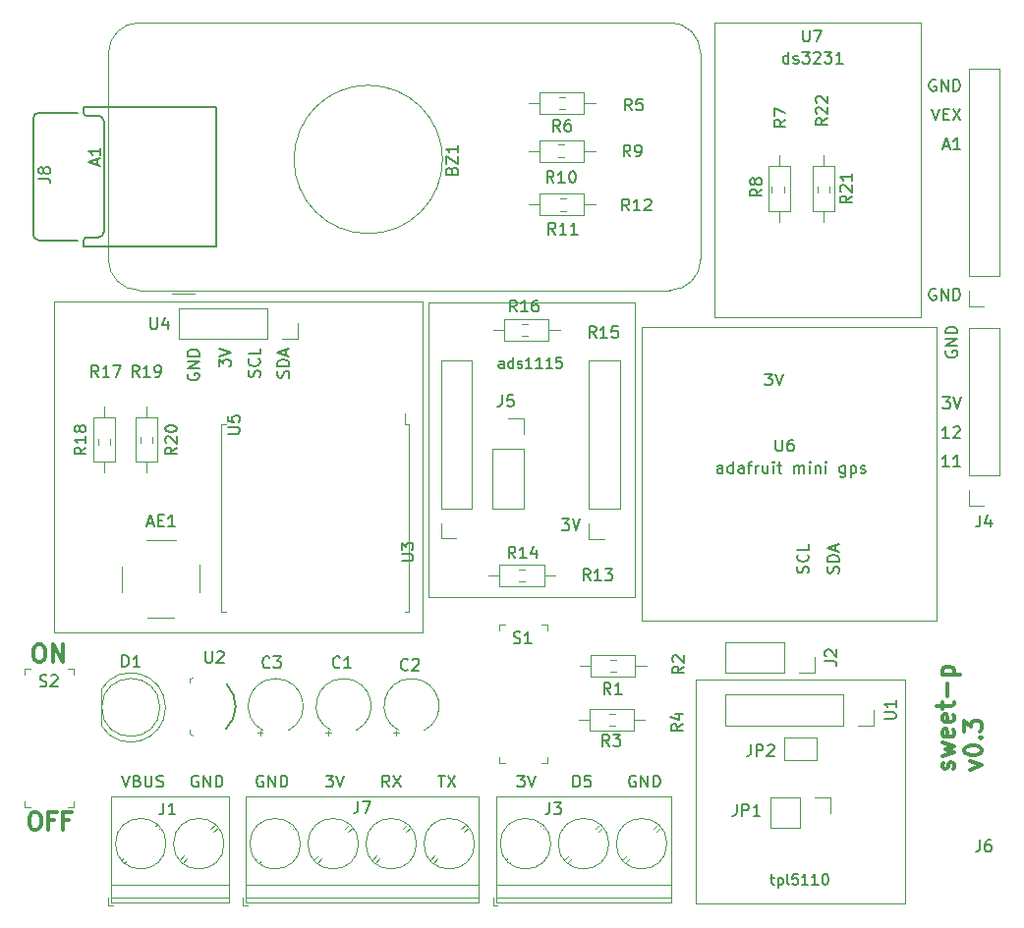
<source format=gbr>
%TF.GenerationSoftware,KiCad,Pcbnew,6.0.11-2627ca5db0~126~ubuntu22.04.1*%
%TF.CreationDate,2023-07-23T23:03:52-04:00*%
%TF.ProjectId,sweet-p,73776565-742d-4702-9e6b-696361645f70,rev?*%
%TF.SameCoordinates,Original*%
%TF.FileFunction,Legend,Top*%
%TF.FilePolarity,Positive*%
%FSLAX46Y46*%
G04 Gerber Fmt 4.6, Leading zero omitted, Abs format (unit mm)*
G04 Created by KiCad (PCBNEW 6.0.11-2627ca5db0~126~ubuntu22.04.1) date 2023-07-23 23:03:52*
%MOMM*%
%LPD*%
G01*
G04 APERTURE LIST*
%ADD10C,0.150000*%
%ADD11C,0.300000*%
%ADD12C,0.100000*%
%ADD13C,0.120000*%
G04 APERTURE END LIST*
D10*
X93579761Y-68865476D02*
X93627380Y-68722619D01*
X93627380Y-68484523D01*
X93579761Y-68389285D01*
X93532142Y-68341666D01*
X93436904Y-68294047D01*
X93341666Y-68294047D01*
X93246428Y-68341666D01*
X93198809Y-68389285D01*
X93151190Y-68484523D01*
X93103571Y-68675000D01*
X93055952Y-68770238D01*
X93008333Y-68817857D01*
X92913095Y-68865476D01*
X92817857Y-68865476D01*
X92722619Y-68817857D01*
X92675000Y-68770238D01*
X92627380Y-68675000D01*
X92627380Y-68436904D01*
X92675000Y-68294047D01*
X93532142Y-67294047D02*
X93579761Y-67341666D01*
X93627380Y-67484523D01*
X93627380Y-67579761D01*
X93579761Y-67722619D01*
X93484523Y-67817857D01*
X93389285Y-67865476D01*
X93198809Y-67913095D01*
X93055952Y-67913095D01*
X92865476Y-67865476D01*
X92770238Y-67817857D01*
X92675000Y-67722619D01*
X92627380Y-67579761D01*
X92627380Y-67484523D01*
X92675000Y-67341666D01*
X92722619Y-67294047D01*
X93627380Y-66389285D02*
X93627380Y-66865476D01*
X92627380Y-66865476D01*
D11*
X106057142Y-85803571D02*
X106128571Y-85660714D01*
X106128571Y-85375000D01*
X106057142Y-85232142D01*
X105914285Y-85160714D01*
X105842857Y-85160714D01*
X105700000Y-85232142D01*
X105628571Y-85375000D01*
X105628571Y-85589285D01*
X105557142Y-85732142D01*
X105414285Y-85803571D01*
X105342857Y-85803571D01*
X105200000Y-85732142D01*
X105128571Y-85589285D01*
X105128571Y-85375000D01*
X105200000Y-85232142D01*
X105128571Y-84660714D02*
X106128571Y-84375000D01*
X105414285Y-84089285D01*
X106128571Y-83803571D01*
X105128571Y-83517857D01*
X106057142Y-82375000D02*
X106128571Y-82517857D01*
X106128571Y-82803571D01*
X106057142Y-82946428D01*
X105914285Y-83017857D01*
X105342857Y-83017857D01*
X105200000Y-82946428D01*
X105128571Y-82803571D01*
X105128571Y-82517857D01*
X105200000Y-82375000D01*
X105342857Y-82303571D01*
X105485714Y-82303571D01*
X105628571Y-83017857D01*
X106057142Y-81089285D02*
X106128571Y-81232142D01*
X106128571Y-81517857D01*
X106057142Y-81660714D01*
X105914285Y-81732142D01*
X105342857Y-81732142D01*
X105200000Y-81660714D01*
X105128571Y-81517857D01*
X105128571Y-81232142D01*
X105200000Y-81089285D01*
X105342857Y-81017857D01*
X105485714Y-81017857D01*
X105628571Y-81732142D01*
X105128571Y-80589285D02*
X105128571Y-80017857D01*
X104628571Y-80375000D02*
X105914285Y-80375000D01*
X106057142Y-80303571D01*
X106128571Y-80160714D01*
X106128571Y-80017857D01*
X105557142Y-79517857D02*
X105557142Y-78375000D01*
X105128571Y-77660714D02*
X106628571Y-77660714D01*
X105200000Y-77660714D02*
X105128571Y-77517857D01*
X105128571Y-77232142D01*
X105200000Y-77089285D01*
X105271428Y-77017857D01*
X105414285Y-76946428D01*
X105842857Y-76946428D01*
X105985714Y-77017857D01*
X106057142Y-77089285D01*
X106128571Y-77232142D01*
X106128571Y-77517857D01*
X106057142Y-77660714D01*
D10*
X104563095Y-44400000D02*
X104467857Y-44352380D01*
X104325000Y-44352380D01*
X104182142Y-44400000D01*
X104086904Y-44495238D01*
X104039285Y-44590476D01*
X103991666Y-44780952D01*
X103991666Y-44923809D01*
X104039285Y-45114285D01*
X104086904Y-45209523D01*
X104182142Y-45304761D01*
X104325000Y-45352380D01*
X104420238Y-45352380D01*
X104563095Y-45304761D01*
X104610714Y-45257142D01*
X104610714Y-44923809D01*
X104420238Y-44923809D01*
X105039285Y-45352380D02*
X105039285Y-44352380D01*
X105610714Y-45352380D01*
X105610714Y-44352380D01*
X106086904Y-45352380D02*
X106086904Y-44352380D01*
X106325000Y-44352380D01*
X106467857Y-44400000D01*
X106563095Y-44495238D01*
X106610714Y-44590476D01*
X106658333Y-44780952D01*
X106658333Y-44923809D01*
X106610714Y-45114285D01*
X106563095Y-45209523D01*
X106467857Y-45304761D01*
X106325000Y-45352380D01*
X106086904Y-45352380D01*
X41013095Y-86375000D02*
X40917857Y-86327380D01*
X40775000Y-86327380D01*
X40632142Y-86375000D01*
X40536904Y-86470238D01*
X40489285Y-86565476D01*
X40441666Y-86755952D01*
X40441666Y-86898809D01*
X40489285Y-87089285D01*
X40536904Y-87184523D01*
X40632142Y-87279761D01*
X40775000Y-87327380D01*
X40870238Y-87327380D01*
X41013095Y-87279761D01*
X41060714Y-87232142D01*
X41060714Y-86898809D01*
X40870238Y-86898809D01*
X41489285Y-87327380D02*
X41489285Y-86327380D01*
X42060714Y-87327380D01*
X42060714Y-86327380D01*
X42536904Y-87327380D02*
X42536904Y-86327380D01*
X42775000Y-86327380D01*
X42917857Y-86375000D01*
X43013095Y-86470238D01*
X43060714Y-86565476D01*
X43108333Y-86755952D01*
X43108333Y-86898809D01*
X43060714Y-87089285D01*
X43013095Y-87184523D01*
X42917857Y-87279761D01*
X42775000Y-87327380D01*
X42536904Y-87327380D01*
D11*
X27196428Y-75053571D02*
X27482142Y-75053571D01*
X27625000Y-75125000D01*
X27767857Y-75267857D01*
X27839285Y-75553571D01*
X27839285Y-76053571D01*
X27767857Y-76339285D01*
X27625000Y-76482142D01*
X27482142Y-76553571D01*
X27196428Y-76553571D01*
X27053571Y-76482142D01*
X26910714Y-76339285D01*
X26839285Y-76053571D01*
X26839285Y-75553571D01*
X26910714Y-75267857D01*
X27053571Y-75125000D01*
X27196428Y-75053571D01*
X28482142Y-76553571D02*
X28482142Y-75053571D01*
X29339285Y-76553571D01*
X29339285Y-75053571D01*
D10*
X42802380Y-51086904D02*
X42802380Y-50467857D01*
X43183333Y-50801190D01*
X43183333Y-50658333D01*
X43230952Y-50563095D01*
X43278571Y-50515476D01*
X43373809Y-50467857D01*
X43611904Y-50467857D01*
X43707142Y-50515476D01*
X43754761Y-50563095D01*
X43802380Y-50658333D01*
X43802380Y-50944047D01*
X43754761Y-51039285D01*
X43707142Y-51086904D01*
X42802380Y-50182142D02*
X43802380Y-49848809D01*
X42802380Y-49515476D01*
X96179761Y-68889285D02*
X96227380Y-68746428D01*
X96227380Y-68508333D01*
X96179761Y-68413095D01*
X96132142Y-68365476D01*
X96036904Y-68317857D01*
X95941666Y-68317857D01*
X95846428Y-68365476D01*
X95798809Y-68413095D01*
X95751190Y-68508333D01*
X95703571Y-68698809D01*
X95655952Y-68794047D01*
X95608333Y-68841666D01*
X95513095Y-68889285D01*
X95417857Y-68889285D01*
X95322619Y-68841666D01*
X95275000Y-68794047D01*
X95227380Y-68698809D01*
X95227380Y-68460714D01*
X95275000Y-68317857D01*
X96227380Y-67889285D02*
X95227380Y-67889285D01*
X95227380Y-67651190D01*
X95275000Y-67508333D01*
X95370238Y-67413095D01*
X95465476Y-67365476D01*
X95655952Y-67317857D01*
X95798809Y-67317857D01*
X95989285Y-67365476D01*
X96084523Y-67413095D01*
X96179761Y-67508333D01*
X96227380Y-67651190D01*
X96227380Y-67889285D01*
X95941666Y-66936904D02*
X95941666Y-66460714D01*
X96227380Y-67032142D02*
X95227380Y-66698809D01*
X96227380Y-66365476D01*
D11*
X26821428Y-89503571D02*
X27107142Y-89503571D01*
X27250000Y-89575000D01*
X27392857Y-89717857D01*
X27464285Y-90003571D01*
X27464285Y-90503571D01*
X27392857Y-90789285D01*
X27250000Y-90932142D01*
X27107142Y-91003571D01*
X26821428Y-91003571D01*
X26678571Y-90932142D01*
X26535714Y-90789285D01*
X26464285Y-90503571D01*
X26464285Y-90003571D01*
X26535714Y-89717857D01*
X26678571Y-89575000D01*
X26821428Y-89503571D01*
X28607142Y-90217857D02*
X28107142Y-90217857D01*
X28107142Y-91003571D02*
X28107142Y-89503571D01*
X28821428Y-89503571D01*
X29892857Y-90217857D02*
X29392857Y-90217857D01*
X29392857Y-91003571D02*
X29392857Y-89503571D01*
X30107142Y-89503571D01*
D10*
X105475000Y-49736904D02*
X105427380Y-49832142D01*
X105427380Y-49975000D01*
X105475000Y-50117857D01*
X105570238Y-50213095D01*
X105665476Y-50260714D01*
X105855952Y-50308333D01*
X105998809Y-50308333D01*
X106189285Y-50260714D01*
X106284523Y-50213095D01*
X106379761Y-50117857D01*
X106427380Y-49975000D01*
X106427380Y-49879761D01*
X106379761Y-49736904D01*
X106332142Y-49689285D01*
X105998809Y-49689285D01*
X105998809Y-49879761D01*
X106427380Y-49260714D02*
X105427380Y-49260714D01*
X106427380Y-48689285D01*
X105427380Y-48689285D01*
X106427380Y-48213095D02*
X105427380Y-48213095D01*
X105427380Y-47975000D01*
X105475000Y-47832142D01*
X105570238Y-47736904D01*
X105665476Y-47689285D01*
X105855952Y-47641666D01*
X105998809Y-47641666D01*
X106189285Y-47689285D01*
X106284523Y-47736904D01*
X106379761Y-47832142D01*
X106427380Y-47975000D01*
X106427380Y-48213095D01*
X46613095Y-86375000D02*
X46517857Y-86327380D01*
X46375000Y-86327380D01*
X46232142Y-86375000D01*
X46136904Y-86470238D01*
X46089285Y-86565476D01*
X46041666Y-86755952D01*
X46041666Y-86898809D01*
X46089285Y-87089285D01*
X46136904Y-87184523D01*
X46232142Y-87279761D01*
X46375000Y-87327380D01*
X46470238Y-87327380D01*
X46613095Y-87279761D01*
X46660714Y-87232142D01*
X46660714Y-86898809D01*
X46470238Y-86898809D01*
X47089285Y-87327380D02*
X47089285Y-86327380D01*
X47660714Y-87327380D01*
X47660714Y-86327380D01*
X48136904Y-87327380D02*
X48136904Y-86327380D01*
X48375000Y-86327380D01*
X48517857Y-86375000D01*
X48613095Y-86470238D01*
X48660714Y-86565476D01*
X48708333Y-86755952D01*
X48708333Y-86898809D01*
X48660714Y-87089285D01*
X48613095Y-87184523D01*
X48517857Y-87279761D01*
X48375000Y-87327380D01*
X48136904Y-87327380D01*
X40150000Y-51705952D02*
X40102380Y-51801190D01*
X40102380Y-51944048D01*
X40150000Y-52086905D01*
X40245238Y-52182143D01*
X40340476Y-52229762D01*
X40530952Y-52277381D01*
X40673809Y-52277381D01*
X40864285Y-52229762D01*
X40959523Y-52182143D01*
X41054761Y-52086905D01*
X41102380Y-51944048D01*
X41102380Y-51848809D01*
X41054761Y-51705952D01*
X41007142Y-51658333D01*
X40673809Y-51658333D01*
X40673809Y-51848809D01*
X41102380Y-51229762D02*
X40102380Y-51229762D01*
X41102380Y-50658333D01*
X40102380Y-50658333D01*
X41102380Y-50182143D02*
X40102380Y-50182143D01*
X40102380Y-49944048D01*
X40150000Y-49801190D01*
X40245238Y-49705952D01*
X40340476Y-49658333D01*
X40530952Y-49610714D01*
X40673809Y-49610714D01*
X40864285Y-49658333D01*
X40959523Y-49705952D01*
X41054761Y-49801190D01*
X41102380Y-49944048D01*
X41102380Y-50182143D01*
X105705952Y-57252380D02*
X105134524Y-57252380D01*
X105420238Y-57252380D02*
X105420238Y-56252380D01*
X105325000Y-56395238D01*
X105229762Y-56490476D01*
X105134524Y-56538095D01*
X106086905Y-56347619D02*
X106134524Y-56300000D01*
X106229762Y-56252380D01*
X106467857Y-56252380D01*
X106563095Y-56300000D01*
X106610714Y-56347619D01*
X106658333Y-56442857D01*
X106658333Y-56538095D01*
X106610714Y-56680952D01*
X106039286Y-57252380D01*
X106658333Y-57252380D01*
X48804761Y-52039285D02*
X48852380Y-51896428D01*
X48852380Y-51658333D01*
X48804761Y-51563095D01*
X48757142Y-51515476D01*
X48661904Y-51467857D01*
X48566666Y-51467857D01*
X48471428Y-51515476D01*
X48423809Y-51563095D01*
X48376190Y-51658333D01*
X48328571Y-51848809D01*
X48280952Y-51944047D01*
X48233333Y-51991666D01*
X48138095Y-52039285D01*
X48042857Y-52039285D01*
X47947619Y-51991666D01*
X47900000Y-51944047D01*
X47852380Y-51848809D01*
X47852380Y-51610714D01*
X47900000Y-51467857D01*
X48852380Y-51039285D02*
X47852380Y-51039285D01*
X47852380Y-50801190D01*
X47900000Y-50658333D01*
X47995238Y-50563095D01*
X48090476Y-50515476D01*
X48280952Y-50467857D01*
X48423809Y-50467857D01*
X48614285Y-50515476D01*
X48709523Y-50563095D01*
X48804761Y-50658333D01*
X48852380Y-50801190D01*
X48852380Y-51039285D01*
X48566666Y-50086904D02*
X48566666Y-49610714D01*
X48852380Y-50182142D02*
X47852380Y-49848809D01*
X48852380Y-49515476D01*
X46304761Y-51991667D02*
X46352380Y-51848810D01*
X46352380Y-51610714D01*
X46304761Y-51515476D01*
X46257142Y-51467857D01*
X46161904Y-51420238D01*
X46066666Y-51420238D01*
X45971428Y-51467857D01*
X45923809Y-51515476D01*
X45876190Y-51610714D01*
X45828571Y-51801191D01*
X45780952Y-51896429D01*
X45733333Y-51944048D01*
X45638095Y-51991667D01*
X45542857Y-51991667D01*
X45447619Y-51944048D01*
X45400000Y-51896429D01*
X45352380Y-51801191D01*
X45352380Y-51563095D01*
X45400000Y-51420238D01*
X46257142Y-50420238D02*
X46304761Y-50467857D01*
X46352380Y-50610714D01*
X46352380Y-50705952D01*
X46304761Y-50848810D01*
X46209523Y-50944048D01*
X46114285Y-50991667D01*
X45923809Y-51039286D01*
X45780952Y-51039286D01*
X45590476Y-50991667D01*
X45495238Y-50944048D01*
X45400000Y-50848810D01*
X45352380Y-50705952D01*
X45352380Y-50610714D01*
X45400000Y-50467857D01*
X45447619Y-50420238D01*
X46352380Y-49515476D02*
X46352380Y-49991667D01*
X45352380Y-49991667D01*
X52027381Y-86327380D02*
X52646428Y-86327380D01*
X52313095Y-86708333D01*
X52455952Y-86708333D01*
X52551190Y-86755952D01*
X52598809Y-86803571D01*
X52646428Y-86898809D01*
X52646428Y-87136904D01*
X52598809Y-87232142D01*
X52551190Y-87279761D01*
X52455952Y-87327380D01*
X52170238Y-87327380D01*
X52075000Y-87279761D01*
X52027381Y-87232142D01*
X52932143Y-86327380D02*
X53265476Y-87327380D01*
X53598809Y-86327380D01*
X104563095Y-26375000D02*
X104467857Y-26327380D01*
X104325000Y-26327380D01*
X104182142Y-26375000D01*
X104086904Y-26470238D01*
X104039285Y-26565476D01*
X103991666Y-26755952D01*
X103991666Y-26898809D01*
X104039285Y-27089285D01*
X104086904Y-27184523D01*
X104182142Y-27279761D01*
X104325000Y-27327380D01*
X104420238Y-27327380D01*
X104563095Y-27279761D01*
X104610714Y-27232142D01*
X104610714Y-26898809D01*
X104420238Y-26898809D01*
X105039285Y-27327380D02*
X105039285Y-26327380D01*
X105610714Y-27327380D01*
X105610714Y-26327380D01*
X106086904Y-27327380D02*
X106086904Y-26327380D01*
X106325000Y-26327380D01*
X106467857Y-26375000D01*
X106563095Y-26470238D01*
X106610714Y-26565476D01*
X106658333Y-26755952D01*
X106658333Y-26898809D01*
X106610714Y-27089285D01*
X106563095Y-27184523D01*
X106467857Y-27279761D01*
X106325000Y-27327380D01*
X106086904Y-27327380D01*
X57489285Y-87327380D02*
X57155952Y-86851190D01*
X56917856Y-87327380D02*
X56917856Y-86327380D01*
X57298809Y-86327380D01*
X57394047Y-86375000D01*
X57441666Y-86422619D01*
X57489285Y-86517857D01*
X57489285Y-86660714D01*
X57441666Y-86755952D01*
X57394047Y-86803571D01*
X57298809Y-86851190D01*
X56917856Y-86851190D01*
X57822618Y-86327380D02*
X58489285Y-87327380D01*
X58489285Y-86327380D02*
X57822618Y-87327380D01*
X34441666Y-86327380D02*
X34775000Y-87327380D01*
X35108333Y-86327380D01*
X35775000Y-86803571D02*
X35917857Y-86851190D01*
X35965476Y-86898809D01*
X36013095Y-86994047D01*
X36013095Y-87136904D01*
X35965476Y-87232142D01*
X35917857Y-87279761D01*
X35822619Y-87327380D01*
X35441666Y-87327380D01*
X35441666Y-86327380D01*
X35775000Y-86327380D01*
X35870238Y-86375000D01*
X35917857Y-86422619D01*
X35965476Y-86517857D01*
X35965476Y-86613095D01*
X35917857Y-86708333D01*
X35870238Y-86755952D01*
X35775000Y-86803571D01*
X35441666Y-86803571D01*
X36441666Y-86327380D02*
X36441666Y-87136904D01*
X36489285Y-87232142D01*
X36536904Y-87279761D01*
X36632142Y-87327380D01*
X36822619Y-87327380D01*
X36917857Y-87279761D01*
X36965476Y-87232142D01*
X37013095Y-87136904D01*
X37013095Y-86327380D01*
X37441666Y-87279761D02*
X37584523Y-87327380D01*
X37822619Y-87327380D01*
X37917857Y-87279761D01*
X37965476Y-87232142D01*
X38013095Y-87136904D01*
X38013095Y-87041666D01*
X37965476Y-86946428D01*
X37917857Y-86898809D01*
X37822619Y-86851190D01*
X37632142Y-86803571D01*
X37536904Y-86755952D01*
X37489285Y-86708333D01*
X37441666Y-86613095D01*
X37441666Y-86517857D01*
X37489285Y-86422619D01*
X37536904Y-86375000D01*
X37632142Y-86327380D01*
X37870238Y-86327380D01*
X38013095Y-86375000D01*
X68513095Y-86327380D02*
X69132142Y-86327380D01*
X68798809Y-86708333D01*
X68941666Y-86708333D01*
X69036904Y-86755952D01*
X69084523Y-86803571D01*
X69132142Y-86898809D01*
X69132142Y-87136904D01*
X69084523Y-87232142D01*
X69036904Y-87279761D01*
X68941666Y-87327380D01*
X68655952Y-87327380D01*
X68560714Y-87279761D01*
X68513095Y-87232142D01*
X69417857Y-86327380D02*
X69751190Y-87327380D01*
X70084523Y-86327380D01*
X90321428Y-95132142D02*
X90664285Y-95132142D01*
X90450000Y-94832142D02*
X90450000Y-95603571D01*
X90492857Y-95689285D01*
X90578571Y-95732142D01*
X90664285Y-95732142D01*
X90964285Y-95132142D02*
X90964285Y-96032142D01*
X90964285Y-95175000D02*
X91050000Y-95132142D01*
X91221428Y-95132142D01*
X91307142Y-95175000D01*
X91350000Y-95217857D01*
X91392857Y-95303571D01*
X91392857Y-95560714D01*
X91350000Y-95646428D01*
X91307142Y-95689285D01*
X91221428Y-95732142D01*
X91050000Y-95732142D01*
X90964285Y-95689285D01*
X91907142Y-95732142D02*
X91821428Y-95689285D01*
X91778571Y-95603571D01*
X91778571Y-94832142D01*
X92678571Y-94832142D02*
X92250000Y-94832142D01*
X92207142Y-95260714D01*
X92250000Y-95217857D01*
X92335714Y-95175000D01*
X92550000Y-95175000D01*
X92635714Y-95217857D01*
X92678571Y-95260714D01*
X92721428Y-95346428D01*
X92721428Y-95560714D01*
X92678571Y-95646428D01*
X92635714Y-95689285D01*
X92550000Y-95732142D01*
X92335714Y-95732142D01*
X92250000Y-95689285D01*
X92207142Y-95646428D01*
X93578571Y-95732142D02*
X93064285Y-95732142D01*
X93321428Y-95732142D02*
X93321428Y-94832142D01*
X93235714Y-94960714D01*
X93150000Y-95046428D01*
X93064285Y-95089285D01*
X94435714Y-95732142D02*
X93921428Y-95732142D01*
X94178571Y-95732142D02*
X94178571Y-94832142D01*
X94092857Y-94960714D01*
X94007142Y-95046428D01*
X93921428Y-95089285D01*
X94992857Y-94832142D02*
X95078571Y-94832142D01*
X95164285Y-94875000D01*
X95207142Y-94917857D01*
X95250000Y-95003571D01*
X95292857Y-95175000D01*
X95292857Y-95389285D01*
X95250000Y-95560714D01*
X95207142Y-95646428D01*
X95164285Y-95689285D01*
X95078571Y-95732142D01*
X94992857Y-95732142D01*
X94907142Y-95689285D01*
X94864285Y-95646428D01*
X94821428Y-95560714D01*
X94778571Y-95389285D01*
X94778571Y-95175000D01*
X94821428Y-95003571D01*
X94864285Y-94917857D01*
X94907142Y-94875000D01*
X94992857Y-94832142D01*
X61713095Y-86327380D02*
X62284523Y-86327380D01*
X61998809Y-87327380D02*
X61998809Y-86327380D01*
X62522619Y-86327380D02*
X63189285Y-87327380D01*
X63189285Y-86327380D02*
X62522619Y-87327380D01*
X105705952Y-59702380D02*
X105134524Y-59702380D01*
X105420238Y-59702380D02*
X105420238Y-58702380D01*
X105325000Y-58845238D01*
X105229762Y-58940476D01*
X105134524Y-58988095D01*
X106658333Y-59702380D02*
X106086905Y-59702380D01*
X106372619Y-59702380D02*
X106372619Y-58702380D01*
X106277381Y-58845238D01*
X106182143Y-58940476D01*
X106086905Y-58988095D01*
X105229762Y-32066666D02*
X105705952Y-32066666D01*
X105134524Y-32352380D02*
X105467857Y-31352380D01*
X105801190Y-32352380D01*
X106658333Y-32352380D02*
X106086905Y-32352380D01*
X106372619Y-32352380D02*
X106372619Y-31352380D01*
X106277381Y-31495238D01*
X106182143Y-31590476D01*
X106086905Y-31638095D01*
D11*
X107528571Y-85817857D02*
X108528571Y-85460714D01*
X107528571Y-85103571D01*
X107028571Y-84246428D02*
X107028571Y-84103571D01*
X107100000Y-83960714D01*
X107171428Y-83889285D01*
X107314285Y-83817857D01*
X107600000Y-83746428D01*
X107957142Y-83746428D01*
X108242857Y-83817857D01*
X108385714Y-83889285D01*
X108457142Y-83960714D01*
X108528571Y-84103571D01*
X108528571Y-84246428D01*
X108457142Y-84389285D01*
X108385714Y-84460714D01*
X108242857Y-84532142D01*
X107957142Y-84603571D01*
X107600000Y-84603571D01*
X107314285Y-84532142D01*
X107171428Y-84460714D01*
X107100000Y-84389285D01*
X107028571Y-84246428D01*
X108385714Y-83103571D02*
X108457142Y-83032142D01*
X108528571Y-83103571D01*
X108457142Y-83175000D01*
X108385714Y-83103571D01*
X108528571Y-83103571D01*
X107028571Y-82532142D02*
X107028571Y-81603571D01*
X107600000Y-82103571D01*
X107600000Y-81889285D01*
X107671428Y-81746428D01*
X107742857Y-81675000D01*
X107885714Y-81603571D01*
X108242857Y-81603571D01*
X108385714Y-81675000D01*
X108457142Y-81746428D01*
X108528571Y-81889285D01*
X108528571Y-82317857D01*
X108457142Y-82460714D01*
X108385714Y-82532142D01*
D10*
X104229762Y-28852380D02*
X104563095Y-29852380D01*
X104896428Y-28852380D01*
X105229762Y-29328571D02*
X105563095Y-29328571D01*
X105705952Y-29852380D02*
X105229762Y-29852380D01*
X105229762Y-28852380D01*
X105705952Y-28852380D01*
X106039286Y-28852380D02*
X106705952Y-29852380D01*
X106705952Y-28852380D02*
X106039286Y-29852380D01*
X73336904Y-87327380D02*
X73336904Y-86327380D01*
X73575000Y-86327380D01*
X73717857Y-86375000D01*
X73813095Y-86470238D01*
X73860714Y-86565476D01*
X73908333Y-86755952D01*
X73908333Y-86898809D01*
X73860714Y-87089285D01*
X73813095Y-87184523D01*
X73717857Y-87279761D01*
X73575000Y-87327380D01*
X73336904Y-87327380D01*
X74813095Y-86327380D02*
X74336904Y-86327380D01*
X74289285Y-86803571D01*
X74336904Y-86755952D01*
X74432142Y-86708333D01*
X74670238Y-86708333D01*
X74765476Y-86755952D01*
X74813095Y-86803571D01*
X74860714Y-86898809D01*
X74860714Y-87136904D01*
X74813095Y-87232142D01*
X74765476Y-87279761D01*
X74670238Y-87327380D01*
X74432142Y-87327380D01*
X74336904Y-87279761D01*
X74289285Y-87232142D01*
X78713095Y-86375000D02*
X78617857Y-86327380D01*
X78475000Y-86327380D01*
X78332142Y-86375000D01*
X78236904Y-86470238D01*
X78189285Y-86565476D01*
X78141666Y-86755952D01*
X78141666Y-86898809D01*
X78189285Y-87089285D01*
X78236904Y-87184523D01*
X78332142Y-87279761D01*
X78475000Y-87327380D01*
X78570238Y-87327380D01*
X78713095Y-87279761D01*
X78760714Y-87232142D01*
X78760714Y-86898809D01*
X78570238Y-86898809D01*
X79189285Y-87327380D02*
X79189285Y-86327380D01*
X79760714Y-87327380D01*
X79760714Y-86327380D01*
X80236904Y-87327380D02*
X80236904Y-86327380D01*
X80475000Y-86327380D01*
X80617857Y-86375000D01*
X80713095Y-86470238D01*
X80760714Y-86565476D01*
X80808333Y-86755952D01*
X80808333Y-86898809D01*
X80760714Y-87089285D01*
X80713095Y-87184523D01*
X80617857Y-87279761D01*
X80475000Y-87327380D01*
X80236904Y-87327380D01*
X67344642Y-51207142D02*
X67344642Y-50735714D01*
X67301785Y-50650000D01*
X67216071Y-50607142D01*
X67044642Y-50607142D01*
X66958928Y-50650000D01*
X67344642Y-51164285D02*
X67258928Y-51207142D01*
X67044642Y-51207142D01*
X66958928Y-51164285D01*
X66916071Y-51078571D01*
X66916071Y-50992857D01*
X66958928Y-50907142D01*
X67044642Y-50864285D01*
X67258928Y-50864285D01*
X67344642Y-50821428D01*
X68158928Y-51207142D02*
X68158928Y-50307142D01*
X68158928Y-51164285D02*
X68073214Y-51207142D01*
X67901785Y-51207142D01*
X67816071Y-51164285D01*
X67773214Y-51121428D01*
X67730357Y-51035714D01*
X67730357Y-50778571D01*
X67773214Y-50692857D01*
X67816071Y-50650000D01*
X67901785Y-50607142D01*
X68073214Y-50607142D01*
X68158928Y-50650000D01*
X68544642Y-51164285D02*
X68630357Y-51207142D01*
X68801785Y-51207142D01*
X68887500Y-51164285D01*
X68930357Y-51078571D01*
X68930357Y-51035714D01*
X68887500Y-50950000D01*
X68801785Y-50907142D01*
X68673214Y-50907142D01*
X68587500Y-50864285D01*
X68544642Y-50778571D01*
X68544642Y-50735714D01*
X68587500Y-50650000D01*
X68673214Y-50607142D01*
X68801785Y-50607142D01*
X68887500Y-50650000D01*
X69787500Y-51207142D02*
X69273214Y-51207142D01*
X69530357Y-51207142D02*
X69530357Y-50307142D01*
X69444642Y-50435714D01*
X69358928Y-50521428D01*
X69273214Y-50564285D01*
X70644642Y-51207142D02*
X70130357Y-51207142D01*
X70387500Y-51207142D02*
X70387500Y-50307142D01*
X70301785Y-50435714D01*
X70216071Y-50521428D01*
X70130357Y-50564285D01*
X71501785Y-51207142D02*
X70987500Y-51207142D01*
X71244642Y-51207142D02*
X71244642Y-50307142D01*
X71158928Y-50435714D01*
X71073214Y-50521428D01*
X70987500Y-50564285D01*
X72316071Y-50307142D02*
X71887500Y-50307142D01*
X71844642Y-50735714D01*
X71887500Y-50692857D01*
X71973214Y-50650000D01*
X72187500Y-50650000D01*
X72273214Y-50692857D01*
X72316071Y-50735714D01*
X72358928Y-50821428D01*
X72358928Y-51035714D01*
X72316071Y-51121428D01*
X72273214Y-51164285D01*
X72187500Y-51207142D01*
X71973214Y-51207142D01*
X71887500Y-51164285D01*
X71844642Y-51121428D01*
X105182143Y-53727380D02*
X105801190Y-53727380D01*
X105467857Y-54108333D01*
X105610714Y-54108333D01*
X105705952Y-54155952D01*
X105753571Y-54203571D01*
X105801190Y-54298809D01*
X105801190Y-54536904D01*
X105753571Y-54632142D01*
X105705952Y-54679761D01*
X105610714Y-54727380D01*
X105325000Y-54727380D01*
X105229762Y-54679761D01*
X105182143Y-54632142D01*
X106086905Y-53727380D02*
X106420238Y-54727380D01*
X106753571Y-53727380D01*
X72363095Y-64227380D02*
X72982142Y-64227380D01*
X72648809Y-64608333D01*
X72791666Y-64608333D01*
X72886904Y-64655952D01*
X72934523Y-64703571D01*
X72982142Y-64798809D01*
X72982142Y-65036904D01*
X72934523Y-65132142D01*
X72886904Y-65179761D01*
X72791666Y-65227380D01*
X72505952Y-65227380D01*
X72410714Y-65179761D01*
X72363095Y-65132142D01*
X73267857Y-64227380D02*
X73601190Y-65227380D01*
X73934523Y-64227380D01*
X89838095Y-51702380D02*
X90457142Y-51702380D01*
X90123809Y-52083333D01*
X90266666Y-52083333D01*
X90361904Y-52130952D01*
X90409523Y-52178571D01*
X90457142Y-52273809D01*
X90457142Y-52511904D01*
X90409523Y-52607142D01*
X90361904Y-52654761D01*
X90266666Y-52702380D01*
X89980952Y-52702380D01*
X89885714Y-52654761D01*
X89838095Y-52607142D01*
X90742857Y-51702380D02*
X91076190Y-52702380D01*
X91409523Y-51702380D01*
%TO.C,S2*%
X27388095Y-78629761D02*
X27530952Y-78677380D01*
X27769047Y-78677380D01*
X27864285Y-78629761D01*
X27911904Y-78582142D01*
X27959523Y-78486904D01*
X27959523Y-78391666D01*
X27911904Y-78296428D01*
X27864285Y-78248809D01*
X27769047Y-78201190D01*
X27578571Y-78153571D01*
X27483333Y-78105952D01*
X27435714Y-78058333D01*
X27388095Y-77963095D01*
X27388095Y-77867857D01*
X27435714Y-77772619D01*
X27483333Y-77725000D01*
X27578571Y-77677380D01*
X27816666Y-77677380D01*
X27959523Y-77725000D01*
X28340476Y-77772619D02*
X28388095Y-77725000D01*
X28483333Y-77677380D01*
X28721428Y-77677380D01*
X28816666Y-77725000D01*
X28864285Y-77772619D01*
X28911904Y-77867857D01*
X28911904Y-77963095D01*
X28864285Y-78105952D01*
X28292857Y-78677380D01*
X28911904Y-78677380D01*
%TO.C,R15*%
X75307142Y-48602380D02*
X74973809Y-48126190D01*
X74735714Y-48602380D02*
X74735714Y-47602380D01*
X75116666Y-47602380D01*
X75211904Y-47650000D01*
X75259523Y-47697619D01*
X75307142Y-47792857D01*
X75307142Y-47935714D01*
X75259523Y-48030952D01*
X75211904Y-48078571D01*
X75116666Y-48126190D01*
X74735714Y-48126190D01*
X76259523Y-48602380D02*
X75688095Y-48602380D01*
X75973809Y-48602380D02*
X75973809Y-47602380D01*
X75878571Y-47745238D01*
X75783333Y-47840476D01*
X75688095Y-47888095D01*
X77164285Y-47602380D02*
X76688095Y-47602380D01*
X76640476Y-48078571D01*
X76688095Y-48030952D01*
X76783333Y-47983333D01*
X77021428Y-47983333D01*
X77116666Y-48030952D01*
X77164285Y-48078571D01*
X77211904Y-48173809D01*
X77211904Y-48411904D01*
X77164285Y-48507142D01*
X77116666Y-48554761D01*
X77021428Y-48602380D01*
X76783333Y-48602380D01*
X76688095Y-48554761D01*
X76640476Y-48507142D01*
%TO.C,U1*%
X100122380Y-81461904D02*
X100931904Y-81461904D01*
X101027142Y-81414285D01*
X101074761Y-81366666D01*
X101122380Y-81271428D01*
X101122380Y-81080952D01*
X101074761Y-80985714D01*
X101027142Y-80938095D01*
X100931904Y-80890476D01*
X100122380Y-80890476D01*
X101122380Y-79890476D02*
X101122380Y-80461904D01*
X101122380Y-80176190D02*
X100122380Y-80176190D01*
X100265238Y-80271428D01*
X100360476Y-80366666D01*
X100408095Y-80461904D01*
%TO.C,R19*%
X35932142Y-51977380D02*
X35598809Y-51501190D01*
X35360714Y-51977380D02*
X35360714Y-50977380D01*
X35741666Y-50977380D01*
X35836904Y-51025000D01*
X35884523Y-51072619D01*
X35932142Y-51167857D01*
X35932142Y-51310714D01*
X35884523Y-51405952D01*
X35836904Y-51453571D01*
X35741666Y-51501190D01*
X35360714Y-51501190D01*
X36884523Y-51977380D02*
X36313095Y-51977380D01*
X36598809Y-51977380D02*
X36598809Y-50977380D01*
X36503571Y-51120238D01*
X36408333Y-51215476D01*
X36313095Y-51263095D01*
X37360714Y-51977380D02*
X37551190Y-51977380D01*
X37646428Y-51929761D01*
X37694047Y-51882142D01*
X37789285Y-51739285D01*
X37836904Y-51548809D01*
X37836904Y-51167857D01*
X37789285Y-51072619D01*
X37741666Y-51025000D01*
X37646428Y-50977380D01*
X37455952Y-50977380D01*
X37360714Y-51025000D01*
X37313095Y-51072619D01*
X37265476Y-51167857D01*
X37265476Y-51405952D01*
X37313095Y-51501190D01*
X37360714Y-51548809D01*
X37455952Y-51596428D01*
X37646428Y-51596428D01*
X37741666Y-51548809D01*
X37789285Y-51501190D01*
X37836904Y-51405952D01*
%TO.C,D1*%
X34481904Y-76967380D02*
X34481904Y-75967380D01*
X34720000Y-75967380D01*
X34862857Y-76015000D01*
X34958095Y-76110238D01*
X35005714Y-76205476D01*
X35053333Y-76395952D01*
X35053333Y-76538809D01*
X35005714Y-76729285D01*
X34958095Y-76824523D01*
X34862857Y-76919761D01*
X34720000Y-76967380D01*
X34481904Y-76967380D01*
X36005714Y-76967380D02*
X35434285Y-76967380D01*
X35720000Y-76967380D02*
X35720000Y-75967380D01*
X35624761Y-76110238D01*
X35529523Y-76205476D01*
X35434285Y-76253095D01*
%TO.C,U6*%
X90788095Y-57377380D02*
X90788095Y-58186904D01*
X90835714Y-58282142D01*
X90883333Y-58329761D01*
X90978571Y-58377380D01*
X91169047Y-58377380D01*
X91264285Y-58329761D01*
X91311904Y-58282142D01*
X91359523Y-58186904D01*
X91359523Y-57377380D01*
X92264285Y-57377380D02*
X92073809Y-57377380D01*
X91978571Y-57425000D01*
X91930952Y-57472619D01*
X91835714Y-57615476D01*
X91788095Y-57805952D01*
X91788095Y-58186904D01*
X91835714Y-58282142D01*
X91883333Y-58329761D01*
X91978571Y-58377380D01*
X92169047Y-58377380D01*
X92264285Y-58329761D01*
X92311904Y-58282142D01*
X92359523Y-58186904D01*
X92359523Y-57948809D01*
X92311904Y-57853571D01*
X92264285Y-57805952D01*
X92169047Y-57758333D01*
X91978571Y-57758333D01*
X91883333Y-57805952D01*
X91835714Y-57853571D01*
X91788095Y-57948809D01*
X86196428Y-60277380D02*
X86196428Y-59753571D01*
X86148809Y-59658333D01*
X86053571Y-59610714D01*
X85863095Y-59610714D01*
X85767857Y-59658333D01*
X86196428Y-60229761D02*
X86101190Y-60277380D01*
X85863095Y-60277380D01*
X85767857Y-60229761D01*
X85720238Y-60134523D01*
X85720238Y-60039285D01*
X85767857Y-59944047D01*
X85863095Y-59896428D01*
X86101190Y-59896428D01*
X86196428Y-59848809D01*
X87101190Y-60277380D02*
X87101190Y-59277380D01*
X87101190Y-60229761D02*
X87005952Y-60277380D01*
X86815476Y-60277380D01*
X86720238Y-60229761D01*
X86672619Y-60182142D01*
X86625000Y-60086904D01*
X86625000Y-59801190D01*
X86672619Y-59705952D01*
X86720238Y-59658333D01*
X86815476Y-59610714D01*
X87005952Y-59610714D01*
X87101190Y-59658333D01*
X88005952Y-60277380D02*
X88005952Y-59753571D01*
X87958333Y-59658333D01*
X87863095Y-59610714D01*
X87672619Y-59610714D01*
X87577380Y-59658333D01*
X88005952Y-60229761D02*
X87910714Y-60277380D01*
X87672619Y-60277380D01*
X87577380Y-60229761D01*
X87529761Y-60134523D01*
X87529761Y-60039285D01*
X87577380Y-59944047D01*
X87672619Y-59896428D01*
X87910714Y-59896428D01*
X88005952Y-59848809D01*
X88339285Y-59610714D02*
X88720238Y-59610714D01*
X88482142Y-60277380D02*
X88482142Y-59420238D01*
X88529761Y-59325000D01*
X88625000Y-59277380D01*
X88720238Y-59277380D01*
X89053571Y-60277380D02*
X89053571Y-59610714D01*
X89053571Y-59801190D02*
X89101190Y-59705952D01*
X89148809Y-59658333D01*
X89244047Y-59610714D01*
X89339285Y-59610714D01*
X90101190Y-59610714D02*
X90101190Y-60277380D01*
X89672619Y-59610714D02*
X89672619Y-60134523D01*
X89720238Y-60229761D01*
X89815476Y-60277380D01*
X89958333Y-60277380D01*
X90053571Y-60229761D01*
X90101190Y-60182142D01*
X90577380Y-60277380D02*
X90577380Y-59610714D01*
X90577380Y-59277380D02*
X90529761Y-59325000D01*
X90577380Y-59372619D01*
X90625000Y-59325000D01*
X90577380Y-59277380D01*
X90577380Y-59372619D01*
X90910714Y-59610714D02*
X91291666Y-59610714D01*
X91053571Y-59277380D02*
X91053571Y-60134523D01*
X91101190Y-60229761D01*
X91196428Y-60277380D01*
X91291666Y-60277380D01*
X92386904Y-60277380D02*
X92386904Y-59610714D01*
X92386904Y-59705952D02*
X92434523Y-59658333D01*
X92529761Y-59610714D01*
X92672619Y-59610714D01*
X92767857Y-59658333D01*
X92815476Y-59753571D01*
X92815476Y-60277380D01*
X92815476Y-59753571D02*
X92863095Y-59658333D01*
X92958333Y-59610714D01*
X93101190Y-59610714D01*
X93196428Y-59658333D01*
X93244047Y-59753571D01*
X93244047Y-60277380D01*
X93720238Y-60277380D02*
X93720238Y-59610714D01*
X93720238Y-59277380D02*
X93672619Y-59325000D01*
X93720238Y-59372619D01*
X93767857Y-59325000D01*
X93720238Y-59277380D01*
X93720238Y-59372619D01*
X94196428Y-59610714D02*
X94196428Y-60277380D01*
X94196428Y-59705952D02*
X94244047Y-59658333D01*
X94339285Y-59610714D01*
X94482142Y-59610714D01*
X94577380Y-59658333D01*
X94625000Y-59753571D01*
X94625000Y-60277380D01*
X95101190Y-60277380D02*
X95101190Y-59610714D01*
X95101190Y-59277380D02*
X95053571Y-59325000D01*
X95101190Y-59372619D01*
X95148809Y-59325000D01*
X95101190Y-59277380D01*
X95101190Y-59372619D01*
X96767857Y-59610714D02*
X96767857Y-60420238D01*
X96720238Y-60515476D01*
X96672619Y-60563095D01*
X96577380Y-60610714D01*
X96434523Y-60610714D01*
X96339285Y-60563095D01*
X96767857Y-60229761D02*
X96672619Y-60277380D01*
X96482142Y-60277380D01*
X96386904Y-60229761D01*
X96339285Y-60182142D01*
X96291666Y-60086904D01*
X96291666Y-59801190D01*
X96339285Y-59705952D01*
X96386904Y-59658333D01*
X96482142Y-59610714D01*
X96672619Y-59610714D01*
X96767857Y-59658333D01*
X97244047Y-59610714D02*
X97244047Y-60610714D01*
X97244047Y-59658333D02*
X97339285Y-59610714D01*
X97529761Y-59610714D01*
X97625000Y-59658333D01*
X97672619Y-59705952D01*
X97720238Y-59801190D01*
X97720238Y-60086904D01*
X97672619Y-60182142D01*
X97625000Y-60229761D01*
X97529761Y-60277380D01*
X97339285Y-60277380D01*
X97244047Y-60229761D01*
X98101190Y-60229761D02*
X98196428Y-60277380D01*
X98386904Y-60277380D01*
X98482142Y-60229761D01*
X98529761Y-60134523D01*
X98529761Y-60086904D01*
X98482142Y-59991666D01*
X98386904Y-59944047D01*
X98244047Y-59944047D01*
X98148809Y-59896428D01*
X98101190Y-59801190D01*
X98101190Y-59753571D01*
X98148809Y-59658333D01*
X98244047Y-59610714D01*
X98386904Y-59610714D01*
X98482142Y-59658333D01*
%TO.C,R4*%
X82757380Y-81916666D02*
X82281190Y-82250000D01*
X82757380Y-82488095D02*
X81757380Y-82488095D01*
X81757380Y-82107142D01*
X81805000Y-82011904D01*
X81852619Y-81964285D01*
X81947857Y-81916666D01*
X82090714Y-81916666D01*
X82185952Y-81964285D01*
X82233571Y-82011904D01*
X82281190Y-82107142D01*
X82281190Y-82488095D01*
X82090714Y-81059523D02*
X82757380Y-81059523D01*
X81709761Y-81297619D02*
X82424047Y-81535714D01*
X82424047Y-80916666D01*
%TO.C,R16*%
X68457142Y-46352380D02*
X68123809Y-45876190D01*
X67885714Y-46352380D02*
X67885714Y-45352380D01*
X68266666Y-45352380D01*
X68361904Y-45400000D01*
X68409523Y-45447619D01*
X68457142Y-45542857D01*
X68457142Y-45685714D01*
X68409523Y-45780952D01*
X68361904Y-45828571D01*
X68266666Y-45876190D01*
X67885714Y-45876190D01*
X69409523Y-46352380D02*
X68838095Y-46352380D01*
X69123809Y-46352380D02*
X69123809Y-45352380D01*
X69028571Y-45495238D01*
X68933333Y-45590476D01*
X68838095Y-45638095D01*
X70266666Y-45352380D02*
X70076190Y-45352380D01*
X69980952Y-45400000D01*
X69933333Y-45447619D01*
X69838095Y-45590476D01*
X69790476Y-45780952D01*
X69790476Y-46161904D01*
X69838095Y-46257142D01*
X69885714Y-46304761D01*
X69980952Y-46352380D01*
X70171428Y-46352380D01*
X70266666Y-46304761D01*
X70314285Y-46257142D01*
X70361904Y-46161904D01*
X70361904Y-45923809D01*
X70314285Y-45828571D01*
X70266666Y-45780952D01*
X70171428Y-45733333D01*
X69980952Y-45733333D01*
X69885714Y-45780952D01*
X69838095Y-45828571D01*
X69790476Y-45923809D01*
%TO.C,U2*%
X41644345Y-75631236D02*
X41644345Y-76440760D01*
X41691964Y-76535998D01*
X41739583Y-76583617D01*
X41834821Y-76631236D01*
X42025297Y-76631236D01*
X42120535Y-76583617D01*
X42168154Y-76535998D01*
X42215773Y-76440760D01*
X42215773Y-75631236D01*
X42644345Y-75726475D02*
X42691964Y-75678856D01*
X42787202Y-75631236D01*
X43025297Y-75631236D01*
X43120535Y-75678856D01*
X43168154Y-75726475D01*
X43215773Y-75821713D01*
X43215773Y-75916951D01*
X43168154Y-76059808D01*
X42596726Y-76631236D01*
X43215773Y-76631236D01*
%TO.C,R2*%
X82872380Y-76941666D02*
X82396190Y-77275000D01*
X82872380Y-77513095D02*
X81872380Y-77513095D01*
X81872380Y-77132142D01*
X81920000Y-77036904D01*
X81967619Y-76989285D01*
X82062857Y-76941666D01*
X82205714Y-76941666D01*
X82300952Y-76989285D01*
X82348571Y-77036904D01*
X82396190Y-77132142D01*
X82396190Y-77513095D01*
X81967619Y-76560714D02*
X81920000Y-76513095D01*
X81872380Y-76417857D01*
X81872380Y-76179761D01*
X81920000Y-76084523D01*
X81967619Y-76036904D01*
X82062857Y-75989285D01*
X82158095Y-75989285D01*
X82300952Y-76036904D01*
X82872380Y-76608333D01*
X82872380Y-75989285D01*
%TO.C,R17*%
X32432142Y-51977380D02*
X32098809Y-51501190D01*
X31860714Y-51977380D02*
X31860714Y-50977380D01*
X32241666Y-50977380D01*
X32336904Y-51025000D01*
X32384523Y-51072619D01*
X32432142Y-51167857D01*
X32432142Y-51310714D01*
X32384523Y-51405952D01*
X32336904Y-51453571D01*
X32241666Y-51501190D01*
X31860714Y-51501190D01*
X33384523Y-51977380D02*
X32813095Y-51977380D01*
X33098809Y-51977380D02*
X33098809Y-50977380D01*
X33003571Y-51120238D01*
X32908333Y-51215476D01*
X32813095Y-51263095D01*
X33717857Y-50977380D02*
X34384523Y-50977380D01*
X33955952Y-51977380D01*
%TO.C,R21*%
X97327380Y-36377857D02*
X96851190Y-36711190D01*
X97327380Y-36949285D02*
X96327380Y-36949285D01*
X96327380Y-36568333D01*
X96375000Y-36473095D01*
X96422619Y-36425476D01*
X96517857Y-36377857D01*
X96660714Y-36377857D01*
X96755952Y-36425476D01*
X96803571Y-36473095D01*
X96851190Y-36568333D01*
X96851190Y-36949285D01*
X96422619Y-35996904D02*
X96375000Y-35949285D01*
X96327380Y-35854047D01*
X96327380Y-35615952D01*
X96375000Y-35520714D01*
X96422619Y-35473095D01*
X96517857Y-35425476D01*
X96613095Y-35425476D01*
X96755952Y-35473095D01*
X97327380Y-36044523D01*
X97327380Y-35425476D01*
X97327380Y-34473095D02*
X97327380Y-35044523D01*
X97327380Y-34758809D02*
X96327380Y-34758809D01*
X96470238Y-34854047D01*
X96565476Y-34949285D01*
X96613095Y-35044523D01*
%TO.C,J1*%
X38041666Y-88702380D02*
X38041666Y-89416666D01*
X37994047Y-89559523D01*
X37898809Y-89654761D01*
X37755952Y-89702380D01*
X37660714Y-89702380D01*
X39041666Y-89702380D02*
X38470238Y-89702380D01*
X38755952Y-89702380D02*
X38755952Y-88702380D01*
X38660714Y-88845238D01*
X38565476Y-88940476D01*
X38470238Y-88988095D01*
%TO.C,R14*%
X68344642Y-67602380D02*
X68011309Y-67126190D01*
X67773214Y-67602380D02*
X67773214Y-66602380D01*
X68154166Y-66602380D01*
X68249404Y-66650000D01*
X68297023Y-66697619D01*
X68344642Y-66792857D01*
X68344642Y-66935714D01*
X68297023Y-67030952D01*
X68249404Y-67078571D01*
X68154166Y-67126190D01*
X67773214Y-67126190D01*
X69297023Y-67602380D02*
X68725595Y-67602380D01*
X69011309Y-67602380D02*
X69011309Y-66602380D01*
X68916071Y-66745238D01*
X68820833Y-66840476D01*
X68725595Y-66888095D01*
X70154166Y-66935714D02*
X70154166Y-67602380D01*
X69916071Y-66554761D02*
X69677976Y-67269047D01*
X70297023Y-67269047D01*
%TO.C,R18*%
X31352380Y-58057857D02*
X30876190Y-58391190D01*
X31352380Y-58629285D02*
X30352380Y-58629285D01*
X30352380Y-58248333D01*
X30400000Y-58153095D01*
X30447619Y-58105476D01*
X30542857Y-58057857D01*
X30685714Y-58057857D01*
X30780952Y-58105476D01*
X30828571Y-58153095D01*
X30876190Y-58248333D01*
X30876190Y-58629285D01*
X31352380Y-57105476D02*
X31352380Y-57676904D01*
X31352380Y-57391190D02*
X30352380Y-57391190D01*
X30495238Y-57486428D01*
X30590476Y-57581666D01*
X30638095Y-57676904D01*
X30780952Y-56534047D02*
X30733333Y-56629285D01*
X30685714Y-56676904D01*
X30590476Y-56724523D01*
X30542857Y-56724523D01*
X30447619Y-56676904D01*
X30400000Y-56629285D01*
X30352380Y-56534047D01*
X30352380Y-56343571D01*
X30400000Y-56248333D01*
X30447619Y-56200714D01*
X30542857Y-56153095D01*
X30590476Y-56153095D01*
X30685714Y-56200714D01*
X30733333Y-56248333D01*
X30780952Y-56343571D01*
X30780952Y-56534047D01*
X30828571Y-56629285D01*
X30876190Y-56676904D01*
X30971428Y-56724523D01*
X31161904Y-56724523D01*
X31257142Y-56676904D01*
X31304761Y-56629285D01*
X31352380Y-56534047D01*
X31352380Y-56343571D01*
X31304761Y-56248333D01*
X31257142Y-56200714D01*
X31161904Y-56153095D01*
X30971428Y-56153095D01*
X30876190Y-56200714D01*
X30828571Y-56248333D01*
X30780952Y-56343571D01*
%TO.C,R5*%
X78378333Y-29002380D02*
X78045000Y-28526190D01*
X77806904Y-29002380D02*
X77806904Y-28002380D01*
X78187857Y-28002380D01*
X78283095Y-28050000D01*
X78330714Y-28097619D01*
X78378333Y-28192857D01*
X78378333Y-28335714D01*
X78330714Y-28430952D01*
X78283095Y-28478571D01*
X78187857Y-28526190D01*
X77806904Y-28526190D01*
X79283095Y-28002380D02*
X78806904Y-28002380D01*
X78759285Y-28478571D01*
X78806904Y-28430952D01*
X78902142Y-28383333D01*
X79140238Y-28383333D01*
X79235476Y-28430952D01*
X79283095Y-28478571D01*
X79330714Y-28573809D01*
X79330714Y-28811904D01*
X79283095Y-28907142D01*
X79235476Y-28954761D01*
X79140238Y-29002380D01*
X78902142Y-29002380D01*
X78806904Y-28954761D01*
X78759285Y-28907142D01*
%TO.C,AE1*%
X36683333Y-64591666D02*
X37159523Y-64591666D01*
X36588095Y-64877380D02*
X36921428Y-63877380D01*
X37254761Y-64877380D01*
X37588095Y-64353571D02*
X37921428Y-64353571D01*
X38064285Y-64877380D02*
X37588095Y-64877380D01*
X37588095Y-63877380D01*
X38064285Y-63877380D01*
X39016666Y-64877380D02*
X38445238Y-64877380D01*
X38730952Y-64877380D02*
X38730952Y-63877380D01*
X38635714Y-64020238D01*
X38540476Y-64115476D01*
X38445238Y-64163095D01*
%TO.C,JP2*%
X88641666Y-83677380D02*
X88641666Y-84391666D01*
X88594047Y-84534523D01*
X88498809Y-84629761D01*
X88355952Y-84677380D01*
X88260714Y-84677380D01*
X89117857Y-84677380D02*
X89117857Y-83677380D01*
X89498809Y-83677380D01*
X89594047Y-83725000D01*
X89641666Y-83772619D01*
X89689285Y-83867857D01*
X89689285Y-84010714D01*
X89641666Y-84105952D01*
X89594047Y-84153571D01*
X89498809Y-84201190D01*
X89117857Y-84201190D01*
X90070238Y-83772619D02*
X90117857Y-83725000D01*
X90213095Y-83677380D01*
X90451190Y-83677380D01*
X90546428Y-83725000D01*
X90594047Y-83772619D01*
X90641666Y-83867857D01*
X90641666Y-83963095D01*
X90594047Y-84105952D01*
X90022619Y-84677380D01*
X90641666Y-84677380D01*
%TO.C,J2*%
X95022380Y-76483333D02*
X95736666Y-76483333D01*
X95879523Y-76530952D01*
X95974761Y-76626190D01*
X96022380Y-76769047D01*
X96022380Y-76864285D01*
X95117619Y-76054761D02*
X95070000Y-76007142D01*
X95022380Y-75911904D01*
X95022380Y-75673809D01*
X95070000Y-75578571D01*
X95117619Y-75530952D01*
X95212857Y-75483333D01*
X95308095Y-75483333D01*
X95450952Y-75530952D01*
X96022380Y-76102380D01*
X96022380Y-75483333D01*
%TO.C,R20*%
X39177380Y-58057857D02*
X38701190Y-58391190D01*
X39177380Y-58629285D02*
X38177380Y-58629285D01*
X38177380Y-58248333D01*
X38225000Y-58153095D01*
X38272619Y-58105476D01*
X38367857Y-58057857D01*
X38510714Y-58057857D01*
X38605952Y-58105476D01*
X38653571Y-58153095D01*
X38701190Y-58248333D01*
X38701190Y-58629285D01*
X38272619Y-57676904D02*
X38225000Y-57629285D01*
X38177380Y-57534047D01*
X38177380Y-57295952D01*
X38225000Y-57200714D01*
X38272619Y-57153095D01*
X38367857Y-57105476D01*
X38463095Y-57105476D01*
X38605952Y-57153095D01*
X39177380Y-57724523D01*
X39177380Y-57105476D01*
X38177380Y-56486428D02*
X38177380Y-56391190D01*
X38225000Y-56295952D01*
X38272619Y-56248333D01*
X38367857Y-56200714D01*
X38558333Y-56153095D01*
X38796428Y-56153095D01*
X38986904Y-56200714D01*
X39082142Y-56248333D01*
X39129761Y-56295952D01*
X39177380Y-56391190D01*
X39177380Y-56486428D01*
X39129761Y-56581666D01*
X39082142Y-56629285D01*
X38986904Y-56676904D01*
X38796428Y-56724523D01*
X38558333Y-56724523D01*
X38367857Y-56676904D01*
X38272619Y-56629285D01*
X38225000Y-56581666D01*
X38177380Y-56486428D01*
%TO.C,U7*%
X93118095Y-22077380D02*
X93118095Y-22886904D01*
X93165714Y-22982142D01*
X93213333Y-23029761D01*
X93308571Y-23077380D01*
X93499047Y-23077380D01*
X93594285Y-23029761D01*
X93641904Y-22982142D01*
X93689523Y-22886904D01*
X93689523Y-22077380D01*
X94070476Y-22077380D02*
X94737142Y-22077380D01*
X94308571Y-23077380D01*
X91884761Y-24952380D02*
X91884761Y-23952380D01*
X91884761Y-24904761D02*
X91789523Y-24952380D01*
X91599047Y-24952380D01*
X91503809Y-24904761D01*
X91456190Y-24857142D01*
X91408571Y-24761904D01*
X91408571Y-24476190D01*
X91456190Y-24380952D01*
X91503809Y-24333333D01*
X91599047Y-24285714D01*
X91789523Y-24285714D01*
X91884761Y-24333333D01*
X92313333Y-24904761D02*
X92408571Y-24952380D01*
X92599047Y-24952380D01*
X92694285Y-24904761D01*
X92741904Y-24809523D01*
X92741904Y-24761904D01*
X92694285Y-24666666D01*
X92599047Y-24619047D01*
X92456190Y-24619047D01*
X92360952Y-24571428D01*
X92313333Y-24476190D01*
X92313333Y-24428571D01*
X92360952Y-24333333D01*
X92456190Y-24285714D01*
X92599047Y-24285714D01*
X92694285Y-24333333D01*
X93075238Y-23952380D02*
X93694285Y-23952380D01*
X93360952Y-24333333D01*
X93503809Y-24333333D01*
X93599047Y-24380952D01*
X93646666Y-24428571D01*
X93694285Y-24523809D01*
X93694285Y-24761904D01*
X93646666Y-24857142D01*
X93599047Y-24904761D01*
X93503809Y-24952380D01*
X93218095Y-24952380D01*
X93122857Y-24904761D01*
X93075238Y-24857142D01*
X94075238Y-24047619D02*
X94122857Y-24000000D01*
X94218095Y-23952380D01*
X94456190Y-23952380D01*
X94551428Y-24000000D01*
X94599047Y-24047619D01*
X94646666Y-24142857D01*
X94646666Y-24238095D01*
X94599047Y-24380952D01*
X94027619Y-24952380D01*
X94646666Y-24952380D01*
X94980000Y-23952380D02*
X95599047Y-23952380D01*
X95265714Y-24333333D01*
X95408571Y-24333333D01*
X95503809Y-24380952D01*
X95551428Y-24428571D01*
X95599047Y-24523809D01*
X95599047Y-24761904D01*
X95551428Y-24857142D01*
X95503809Y-24904761D01*
X95408571Y-24952380D01*
X95122857Y-24952380D01*
X95027619Y-24904761D01*
X94980000Y-24857142D01*
X96551428Y-24952380D02*
X95980000Y-24952380D01*
X96265714Y-24952380D02*
X96265714Y-23952380D01*
X96170476Y-24095238D01*
X96075238Y-24190476D01*
X95980000Y-24238095D01*
%TO.C,C3*%
X47182083Y-76982142D02*
X47134464Y-77029761D01*
X46991607Y-77077380D01*
X46896369Y-77077380D01*
X46753511Y-77029761D01*
X46658273Y-76934523D01*
X46610654Y-76839285D01*
X46563035Y-76648809D01*
X46563035Y-76505952D01*
X46610654Y-76315476D01*
X46658273Y-76220238D01*
X46753511Y-76125000D01*
X46896369Y-76077380D01*
X46991607Y-76077380D01*
X47134464Y-76125000D01*
X47182083Y-76172619D01*
X47515416Y-76077380D02*
X48134464Y-76077380D01*
X47801130Y-76458333D01*
X47943988Y-76458333D01*
X48039226Y-76505952D01*
X48086845Y-76553571D01*
X48134464Y-76648809D01*
X48134464Y-76886904D01*
X48086845Y-76982142D01*
X48039226Y-77029761D01*
X47943988Y-77077380D01*
X47658273Y-77077380D01*
X47563035Y-77029761D01*
X47515416Y-76982142D01*
%TO.C,J8*%
X27274980Y-34880933D02*
X27989266Y-34880933D01*
X28132123Y-34928552D01*
X28227361Y-35023790D01*
X28274980Y-35166647D01*
X28274980Y-35261885D01*
X27703552Y-34261885D02*
X27655933Y-34357123D01*
X27608314Y-34404742D01*
X27513076Y-34452361D01*
X27465457Y-34452361D01*
X27370219Y-34404742D01*
X27322600Y-34357123D01*
X27274980Y-34261885D01*
X27274980Y-34071409D01*
X27322600Y-33976171D01*
X27370219Y-33928552D01*
X27465457Y-33880933D01*
X27513076Y-33880933D01*
X27608314Y-33928552D01*
X27655933Y-33976171D01*
X27703552Y-34071409D01*
X27703552Y-34261885D01*
X27751171Y-34357123D01*
X27798790Y-34404742D01*
X27894028Y-34452361D01*
X28084504Y-34452361D01*
X28179742Y-34404742D01*
X28227361Y-34357123D01*
X28274980Y-34261885D01*
X28274980Y-34071409D01*
X28227361Y-33976171D01*
X28179742Y-33928552D01*
X28084504Y-33880933D01*
X27894028Y-33880933D01*
X27798790Y-33928552D01*
X27751171Y-33976171D01*
X27703552Y-34071409D01*
%TO.C,U5*%
X43587380Y-56861904D02*
X44396904Y-56861904D01*
X44492142Y-56814285D01*
X44539761Y-56766666D01*
X44587380Y-56671428D01*
X44587380Y-56480952D01*
X44539761Y-56385714D01*
X44492142Y-56338095D01*
X44396904Y-56290476D01*
X43587380Y-56290476D01*
X43587380Y-55338095D02*
X43587380Y-55814285D01*
X44063571Y-55861904D01*
X44015952Y-55814285D01*
X43968333Y-55719047D01*
X43968333Y-55480952D01*
X44015952Y-55385714D01*
X44063571Y-55338095D01*
X44158809Y-55290476D01*
X44396904Y-55290476D01*
X44492142Y-55338095D01*
X44539761Y-55385714D01*
X44587380Y-55480952D01*
X44587380Y-55719047D01*
X44539761Y-55814285D01*
X44492142Y-55861904D01*
%TO.C,BZ1*%
X62853571Y-34180952D02*
X62901190Y-34038095D01*
X62948809Y-33990476D01*
X63044047Y-33942857D01*
X63186904Y-33942857D01*
X63282142Y-33990476D01*
X63329761Y-34038095D01*
X63377380Y-34133333D01*
X63377380Y-34514285D01*
X62377380Y-34514285D01*
X62377380Y-34180952D01*
X62425000Y-34085714D01*
X62472619Y-34038095D01*
X62567857Y-33990476D01*
X62663095Y-33990476D01*
X62758333Y-34038095D01*
X62805952Y-34085714D01*
X62853571Y-34180952D01*
X62853571Y-34514285D01*
X62377380Y-33609523D02*
X62377380Y-32942857D01*
X63377380Y-33609523D01*
X63377380Y-32942857D01*
X63377380Y-32038095D02*
X63377380Y-32609523D01*
X63377380Y-32323809D02*
X62377380Y-32323809D01*
X62520238Y-32419047D01*
X62615476Y-32514285D01*
X62663095Y-32609523D01*
%TO.C,R13*%
X74794642Y-69527380D02*
X74461309Y-69051190D01*
X74223214Y-69527380D02*
X74223214Y-68527380D01*
X74604166Y-68527380D01*
X74699404Y-68575000D01*
X74747023Y-68622619D01*
X74794642Y-68717857D01*
X74794642Y-68860714D01*
X74747023Y-68955952D01*
X74699404Y-69003571D01*
X74604166Y-69051190D01*
X74223214Y-69051190D01*
X75747023Y-69527380D02*
X75175595Y-69527380D01*
X75461309Y-69527380D02*
X75461309Y-68527380D01*
X75366071Y-68670238D01*
X75270833Y-68765476D01*
X75175595Y-68813095D01*
X76080357Y-68527380D02*
X76699404Y-68527380D01*
X76366071Y-68908333D01*
X76508928Y-68908333D01*
X76604166Y-68955952D01*
X76651785Y-69003571D01*
X76699404Y-69098809D01*
X76699404Y-69336904D01*
X76651785Y-69432142D01*
X76604166Y-69479761D01*
X76508928Y-69527380D01*
X76223214Y-69527380D01*
X76127976Y-69479761D01*
X76080357Y-69432142D01*
%TO.C,R1*%
X76553333Y-79327380D02*
X76220000Y-78851190D01*
X75981904Y-79327380D02*
X75981904Y-78327380D01*
X76362857Y-78327380D01*
X76458095Y-78375000D01*
X76505714Y-78422619D01*
X76553333Y-78517857D01*
X76553333Y-78660714D01*
X76505714Y-78755952D01*
X76458095Y-78803571D01*
X76362857Y-78851190D01*
X75981904Y-78851190D01*
X77505714Y-79327380D02*
X76934285Y-79327380D01*
X77220000Y-79327380D02*
X77220000Y-78327380D01*
X77124761Y-78470238D01*
X77029523Y-78565476D01*
X76934285Y-78613095D01*
%TO.C,U3*%
X58544880Y-67841904D02*
X59354404Y-67841904D01*
X59449642Y-67794285D01*
X59497261Y-67746666D01*
X59544880Y-67651428D01*
X59544880Y-67460952D01*
X59497261Y-67365714D01*
X59449642Y-67318095D01*
X59354404Y-67270476D01*
X58544880Y-67270476D01*
X58544880Y-66889523D02*
X58544880Y-66270476D01*
X58925833Y-66603809D01*
X58925833Y-66460952D01*
X58973452Y-66365714D01*
X59021071Y-66318095D01*
X59116309Y-66270476D01*
X59354404Y-66270476D01*
X59449642Y-66318095D01*
X59497261Y-66365714D01*
X59544880Y-66460952D01*
X59544880Y-66746666D01*
X59497261Y-66841904D01*
X59449642Y-66889523D01*
%TO.C,JP1*%
X87416666Y-88827380D02*
X87416666Y-89541666D01*
X87369047Y-89684523D01*
X87273809Y-89779761D01*
X87130952Y-89827380D01*
X87035714Y-89827380D01*
X87892857Y-89827380D02*
X87892857Y-88827380D01*
X88273809Y-88827380D01*
X88369047Y-88875000D01*
X88416666Y-88922619D01*
X88464285Y-89017857D01*
X88464285Y-89160714D01*
X88416666Y-89255952D01*
X88369047Y-89303571D01*
X88273809Y-89351190D01*
X87892857Y-89351190D01*
X89416666Y-89827380D02*
X88845238Y-89827380D01*
X89130952Y-89827380D02*
X89130952Y-88827380D01*
X89035714Y-88970238D01*
X88940476Y-89065476D01*
X88845238Y-89113095D01*
%TO.C,R7*%
X91627380Y-29801666D02*
X91151190Y-30135000D01*
X91627380Y-30373095D02*
X90627380Y-30373095D01*
X90627380Y-29992142D01*
X90675000Y-29896904D01*
X90722619Y-29849285D01*
X90817857Y-29801666D01*
X90960714Y-29801666D01*
X91055952Y-29849285D01*
X91103571Y-29896904D01*
X91151190Y-29992142D01*
X91151190Y-30373095D01*
X90627380Y-29468333D02*
X90627380Y-28801666D01*
X91627380Y-29230238D01*
%TO.C,R12*%
X78152142Y-37627380D02*
X77818809Y-37151190D01*
X77580714Y-37627380D02*
X77580714Y-36627380D01*
X77961666Y-36627380D01*
X78056904Y-36675000D01*
X78104523Y-36722619D01*
X78152142Y-36817857D01*
X78152142Y-36960714D01*
X78104523Y-37055952D01*
X78056904Y-37103571D01*
X77961666Y-37151190D01*
X77580714Y-37151190D01*
X79104523Y-37627380D02*
X78533095Y-37627380D01*
X78818809Y-37627380D02*
X78818809Y-36627380D01*
X78723571Y-36770238D01*
X78628333Y-36865476D01*
X78533095Y-36913095D01*
X79485476Y-36722619D02*
X79533095Y-36675000D01*
X79628333Y-36627380D01*
X79866428Y-36627380D01*
X79961666Y-36675000D01*
X80009285Y-36722619D01*
X80056904Y-36817857D01*
X80056904Y-36913095D01*
X80009285Y-37055952D01*
X79437857Y-37627380D01*
X80056904Y-37627380D01*
%TO.C,J3*%
X71291666Y-88677380D02*
X71291666Y-89391666D01*
X71244047Y-89534523D01*
X71148809Y-89629761D01*
X71005952Y-89677380D01*
X70910714Y-89677380D01*
X71672619Y-88677380D02*
X72291666Y-88677380D01*
X71958333Y-89058333D01*
X72101190Y-89058333D01*
X72196428Y-89105952D01*
X72244047Y-89153571D01*
X72291666Y-89248809D01*
X72291666Y-89486904D01*
X72244047Y-89582142D01*
X72196428Y-89629761D01*
X72101190Y-89677380D01*
X71815476Y-89677380D01*
X71720238Y-89629761D01*
X71672619Y-89582142D01*
%TO.C,R22*%
X95227380Y-29677857D02*
X94751190Y-30011190D01*
X95227380Y-30249285D02*
X94227380Y-30249285D01*
X94227380Y-29868333D01*
X94275000Y-29773095D01*
X94322619Y-29725476D01*
X94417857Y-29677857D01*
X94560714Y-29677857D01*
X94655952Y-29725476D01*
X94703571Y-29773095D01*
X94751190Y-29868333D01*
X94751190Y-30249285D01*
X94322619Y-29296904D02*
X94275000Y-29249285D01*
X94227380Y-29154047D01*
X94227380Y-28915952D01*
X94275000Y-28820714D01*
X94322619Y-28773095D01*
X94417857Y-28725476D01*
X94513095Y-28725476D01*
X94655952Y-28773095D01*
X95227380Y-29344523D01*
X95227380Y-28725476D01*
X94322619Y-28344523D02*
X94275000Y-28296904D01*
X94227380Y-28201666D01*
X94227380Y-27963571D01*
X94275000Y-27868333D01*
X94322619Y-27820714D01*
X94417857Y-27773095D01*
X94513095Y-27773095D01*
X94655952Y-27820714D01*
X95227380Y-28392142D01*
X95227380Y-27773095D01*
%TO.C,R6*%
X72203333Y-30802380D02*
X71870000Y-30326190D01*
X71631904Y-30802380D02*
X71631904Y-29802380D01*
X72012857Y-29802380D01*
X72108095Y-29850000D01*
X72155714Y-29897619D01*
X72203333Y-29992857D01*
X72203333Y-30135714D01*
X72155714Y-30230952D01*
X72108095Y-30278571D01*
X72012857Y-30326190D01*
X71631904Y-30326190D01*
X73060476Y-29802380D02*
X72870000Y-29802380D01*
X72774761Y-29850000D01*
X72727142Y-29897619D01*
X72631904Y-30040476D01*
X72584285Y-30230952D01*
X72584285Y-30611904D01*
X72631904Y-30707142D01*
X72679523Y-30754761D01*
X72774761Y-30802380D01*
X72965238Y-30802380D01*
X73060476Y-30754761D01*
X73108095Y-30707142D01*
X73155714Y-30611904D01*
X73155714Y-30373809D01*
X73108095Y-30278571D01*
X73060476Y-30230952D01*
X72965238Y-30183333D01*
X72774761Y-30183333D01*
X72679523Y-30230952D01*
X72631904Y-30278571D01*
X72584285Y-30373809D01*
%TO.C,C2*%
X59089583Y-77185998D02*
X59041964Y-77233617D01*
X58899107Y-77281236D01*
X58803869Y-77281236D01*
X58661011Y-77233617D01*
X58565773Y-77138379D01*
X58518154Y-77043141D01*
X58470535Y-76852665D01*
X58470535Y-76709808D01*
X58518154Y-76519332D01*
X58565773Y-76424094D01*
X58661011Y-76328856D01*
X58803869Y-76281236D01*
X58899107Y-76281236D01*
X59041964Y-76328856D01*
X59089583Y-76376475D01*
X59470535Y-76376475D02*
X59518154Y-76328856D01*
X59613392Y-76281236D01*
X59851488Y-76281236D01*
X59946726Y-76328856D01*
X59994345Y-76376475D01*
X60041964Y-76471713D01*
X60041964Y-76566951D01*
X59994345Y-76709808D01*
X59422916Y-77281236D01*
X60041964Y-77281236D01*
%TO.C,J7*%
X54791666Y-88552380D02*
X54791666Y-89266666D01*
X54744047Y-89409523D01*
X54648809Y-89504761D01*
X54505952Y-89552380D01*
X54410714Y-89552380D01*
X55172619Y-88552380D02*
X55839285Y-88552380D01*
X55410714Y-89552380D01*
%TO.C,R9*%
X78253333Y-32977380D02*
X77920000Y-32501190D01*
X77681904Y-32977380D02*
X77681904Y-31977380D01*
X78062857Y-31977380D01*
X78158095Y-32025000D01*
X78205714Y-32072619D01*
X78253333Y-32167857D01*
X78253333Y-32310714D01*
X78205714Y-32405952D01*
X78158095Y-32453571D01*
X78062857Y-32501190D01*
X77681904Y-32501190D01*
X78729523Y-32977380D02*
X78920000Y-32977380D01*
X79015238Y-32929761D01*
X79062857Y-32882142D01*
X79158095Y-32739285D01*
X79205714Y-32548809D01*
X79205714Y-32167857D01*
X79158095Y-32072619D01*
X79110476Y-32025000D01*
X79015238Y-31977380D01*
X78824761Y-31977380D01*
X78729523Y-32025000D01*
X78681904Y-32072619D01*
X78634285Y-32167857D01*
X78634285Y-32405952D01*
X78681904Y-32501190D01*
X78729523Y-32548809D01*
X78824761Y-32596428D01*
X79015238Y-32596428D01*
X79110476Y-32548809D01*
X79158095Y-32501190D01*
X79205714Y-32405952D01*
%TO.C,R10*%
X71652142Y-35227380D02*
X71318809Y-34751190D01*
X71080714Y-35227380D02*
X71080714Y-34227380D01*
X71461666Y-34227380D01*
X71556904Y-34275000D01*
X71604523Y-34322619D01*
X71652142Y-34417857D01*
X71652142Y-34560714D01*
X71604523Y-34655952D01*
X71556904Y-34703571D01*
X71461666Y-34751190D01*
X71080714Y-34751190D01*
X72604523Y-35227380D02*
X72033095Y-35227380D01*
X72318809Y-35227380D02*
X72318809Y-34227380D01*
X72223571Y-34370238D01*
X72128333Y-34465476D01*
X72033095Y-34513095D01*
X73223571Y-34227380D02*
X73318809Y-34227380D01*
X73414047Y-34275000D01*
X73461666Y-34322619D01*
X73509285Y-34417857D01*
X73556904Y-34608333D01*
X73556904Y-34846428D01*
X73509285Y-35036904D01*
X73461666Y-35132142D01*
X73414047Y-35179761D01*
X73318809Y-35227380D01*
X73223571Y-35227380D01*
X73128333Y-35179761D01*
X73080714Y-35132142D01*
X73033095Y-35036904D01*
X72985476Y-34846428D01*
X72985476Y-34608333D01*
X73033095Y-34417857D01*
X73080714Y-34322619D01*
X73128333Y-34275000D01*
X73223571Y-34227380D01*
%TO.C,J4*%
X108391666Y-63902380D02*
X108391666Y-64616666D01*
X108344047Y-64759523D01*
X108248809Y-64854761D01*
X108105952Y-64902380D01*
X108010714Y-64902380D01*
X109296428Y-64235714D02*
X109296428Y-64902380D01*
X109058333Y-63854761D02*
X108820238Y-64569047D01*
X109439285Y-64569047D01*
%TO.C,R3*%
X76438333Y-83802380D02*
X76105000Y-83326190D01*
X75866904Y-83802380D02*
X75866904Y-82802380D01*
X76247857Y-82802380D01*
X76343095Y-82850000D01*
X76390714Y-82897619D01*
X76438333Y-82992857D01*
X76438333Y-83135714D01*
X76390714Y-83230952D01*
X76343095Y-83278571D01*
X76247857Y-83326190D01*
X75866904Y-83326190D01*
X76771666Y-82802380D02*
X77390714Y-82802380D01*
X77057380Y-83183333D01*
X77200238Y-83183333D01*
X77295476Y-83230952D01*
X77343095Y-83278571D01*
X77390714Y-83373809D01*
X77390714Y-83611904D01*
X77343095Y-83707142D01*
X77295476Y-83754761D01*
X77200238Y-83802380D01*
X76914523Y-83802380D01*
X76819285Y-83754761D01*
X76771666Y-83707142D01*
%TO.C,S1*%
X68188095Y-74904761D02*
X68330952Y-74952380D01*
X68569047Y-74952380D01*
X68664285Y-74904761D01*
X68711904Y-74857142D01*
X68759523Y-74761904D01*
X68759523Y-74666666D01*
X68711904Y-74571428D01*
X68664285Y-74523809D01*
X68569047Y-74476190D01*
X68378571Y-74428571D01*
X68283333Y-74380952D01*
X68235714Y-74333333D01*
X68188095Y-74238095D01*
X68188095Y-74142857D01*
X68235714Y-74047619D01*
X68283333Y-74000000D01*
X68378571Y-73952380D01*
X68616666Y-73952380D01*
X68759523Y-74000000D01*
X69711904Y-74952380D02*
X69140476Y-74952380D01*
X69426190Y-74952380D02*
X69426190Y-73952380D01*
X69330952Y-74095238D01*
X69235714Y-74190476D01*
X69140476Y-74238095D01*
%TO.C,R8*%
X89577380Y-35791666D02*
X89101190Y-36125000D01*
X89577380Y-36363095D02*
X88577380Y-36363095D01*
X88577380Y-35982142D01*
X88625000Y-35886904D01*
X88672619Y-35839285D01*
X88767857Y-35791666D01*
X88910714Y-35791666D01*
X89005952Y-35839285D01*
X89053571Y-35886904D01*
X89101190Y-35982142D01*
X89101190Y-36363095D01*
X89005952Y-35220238D02*
X88958333Y-35315476D01*
X88910714Y-35363095D01*
X88815476Y-35410714D01*
X88767857Y-35410714D01*
X88672619Y-35363095D01*
X88625000Y-35315476D01*
X88577380Y-35220238D01*
X88577380Y-35029761D01*
X88625000Y-34934523D01*
X88672619Y-34886904D01*
X88767857Y-34839285D01*
X88815476Y-34839285D01*
X88910714Y-34886904D01*
X88958333Y-34934523D01*
X89005952Y-35029761D01*
X89005952Y-35220238D01*
X89053571Y-35315476D01*
X89101190Y-35363095D01*
X89196428Y-35410714D01*
X89386904Y-35410714D01*
X89482142Y-35363095D01*
X89529761Y-35315476D01*
X89577380Y-35220238D01*
X89577380Y-35029761D01*
X89529761Y-34934523D01*
X89482142Y-34886904D01*
X89386904Y-34839285D01*
X89196428Y-34839285D01*
X89101190Y-34886904D01*
X89053571Y-34934523D01*
X89005952Y-35029761D01*
%TO.C,R11*%
X71802142Y-39677380D02*
X71468809Y-39201190D01*
X71230714Y-39677380D02*
X71230714Y-38677380D01*
X71611666Y-38677380D01*
X71706904Y-38725000D01*
X71754523Y-38772619D01*
X71802142Y-38867857D01*
X71802142Y-39010714D01*
X71754523Y-39105952D01*
X71706904Y-39153571D01*
X71611666Y-39201190D01*
X71230714Y-39201190D01*
X72754523Y-39677380D02*
X72183095Y-39677380D01*
X72468809Y-39677380D02*
X72468809Y-38677380D01*
X72373571Y-38820238D01*
X72278333Y-38915476D01*
X72183095Y-38963095D01*
X73706904Y-39677380D02*
X73135476Y-39677380D01*
X73421190Y-39677380D02*
X73421190Y-38677380D01*
X73325952Y-38820238D01*
X73230714Y-38915476D01*
X73135476Y-38963095D01*
%TO.C,U4*%
X36913095Y-46852380D02*
X36913095Y-47661904D01*
X36960714Y-47757142D01*
X37008333Y-47804761D01*
X37103571Y-47852380D01*
X37294047Y-47852380D01*
X37389285Y-47804761D01*
X37436904Y-47757142D01*
X37484523Y-47661904D01*
X37484523Y-46852380D01*
X38389285Y-47185714D02*
X38389285Y-47852380D01*
X38151190Y-46804761D02*
X37913095Y-47519047D01*
X38532142Y-47519047D01*
%TO.C,C1*%
X53235833Y-76982142D02*
X53188214Y-77029761D01*
X53045357Y-77077380D01*
X52950119Y-77077380D01*
X52807261Y-77029761D01*
X52712023Y-76934523D01*
X52664404Y-76839285D01*
X52616785Y-76648809D01*
X52616785Y-76505952D01*
X52664404Y-76315476D01*
X52712023Y-76220238D01*
X52807261Y-76125000D01*
X52950119Y-76077380D01*
X53045357Y-76077380D01*
X53188214Y-76125000D01*
X53235833Y-76172619D01*
X54188214Y-77077380D02*
X53616785Y-77077380D01*
X53902500Y-77077380D02*
X53902500Y-76077380D01*
X53807261Y-76220238D01*
X53712023Y-76315476D01*
X53616785Y-76363095D01*
%TO.C,J5*%
X67204166Y-53527380D02*
X67204166Y-54241666D01*
X67156547Y-54384523D01*
X67061309Y-54479761D01*
X66918452Y-54527380D01*
X66823214Y-54527380D01*
X68156547Y-53527380D02*
X67680357Y-53527380D01*
X67632738Y-54003571D01*
X67680357Y-53955952D01*
X67775595Y-53908333D01*
X68013690Y-53908333D01*
X68108928Y-53955952D01*
X68156547Y-54003571D01*
X68204166Y-54098809D01*
X68204166Y-54336904D01*
X68156547Y-54432142D01*
X68108928Y-54479761D01*
X68013690Y-54527380D01*
X67775595Y-54527380D01*
X67680357Y-54479761D01*
X67632738Y-54432142D01*
%TO.C,J6*%
X108366666Y-91902380D02*
X108366666Y-92616666D01*
X108319047Y-92759523D01*
X108223809Y-92854761D01*
X108080952Y-92902380D01*
X107985714Y-92902380D01*
X109271428Y-91902380D02*
X109080952Y-91902380D01*
X108985714Y-91950000D01*
X108938095Y-91997619D01*
X108842857Y-92140476D01*
X108795238Y-92330952D01*
X108795238Y-92711904D01*
X108842857Y-92807142D01*
X108890476Y-92854761D01*
X108985714Y-92902380D01*
X109176190Y-92902380D01*
X109271428Y-92854761D01*
X109319047Y-92807142D01*
X109366666Y-92711904D01*
X109366666Y-92473809D01*
X109319047Y-92378571D01*
X109271428Y-92330952D01*
X109176190Y-92283333D01*
X108985714Y-92283333D01*
X108890476Y-92330952D01*
X108842857Y-92378571D01*
X108795238Y-92473809D01*
%TO.C,A1*%
X32296666Y-33681785D02*
X32296666Y-33205595D01*
X32582380Y-33777023D02*
X31582380Y-33443690D01*
X32582380Y-33110357D01*
X32582380Y-32253214D02*
X32582380Y-32824642D01*
X32582380Y-32538928D02*
X31582380Y-32538928D01*
X31725238Y-32634166D01*
X31820476Y-32729404D01*
X31868095Y-32824642D01*
D12*
%TO.C,S2*%
X30300000Y-89055000D02*
X29800000Y-89055000D01*
X30300000Y-89055000D02*
X30300000Y-88555000D01*
X26100000Y-77155000D02*
X26600000Y-77155000D01*
X26100000Y-89055000D02*
X26100000Y-88555000D01*
X26100000Y-77155000D02*
X26100000Y-77655000D01*
X30300000Y-77155000D02*
X29800000Y-77155000D01*
X30300000Y-77155000D02*
X30300000Y-77655000D01*
X26100000Y-89055000D02*
X26600000Y-89055000D01*
D13*
%TO.C,R15*%
X71230000Y-48820000D02*
X71230000Y-46980000D01*
X67390000Y-48820000D02*
X71230000Y-48820000D01*
X67390000Y-46980000D02*
X67390000Y-48820000D01*
X66440000Y-47900000D02*
X67390000Y-47900000D01*
X71230000Y-46980000D02*
X67390000Y-46980000D01*
X72180000Y-47900000D02*
X71230000Y-47900000D01*
%TO.C,U1*%
X101900000Y-78100000D02*
X83900000Y-78100000D01*
X83900000Y-78100000D02*
X83900000Y-97400000D01*
X83900000Y-97400000D02*
X101900000Y-97400000D01*
X101900000Y-97400000D02*
X101900000Y-78100000D01*
X96630000Y-82030000D02*
X86410000Y-82030000D01*
X96630000Y-79370000D02*
X96630000Y-82030000D01*
X96630000Y-79370000D02*
X86410000Y-79370000D01*
X99230000Y-82030000D02*
X97900000Y-82030000D01*
X86410000Y-79370000D02*
X86410000Y-82030000D01*
X99230000Y-80700000D02*
X99230000Y-82030000D01*
%TO.C,R19*%
X36575000Y-60245000D02*
X36575000Y-59295000D01*
X37495000Y-55455000D02*
X35655000Y-55455000D01*
X36575000Y-54505000D02*
X36575000Y-55455000D01*
X35655000Y-55455000D02*
X35655000Y-59295000D01*
X37495000Y-59295000D02*
X37495000Y-55455000D01*
X35655000Y-59295000D02*
X37495000Y-59295000D01*
%TO.C,D1*%
X32660000Y-78930000D02*
X32660000Y-82020000D01*
X38210000Y-80475462D02*
G75*
G03*
X32660000Y-78930170I-2990000J462D01*
G01*
X32660000Y-82019830D02*
G75*
G03*
X38210000Y-80474538I2560000J1544830D01*
G01*
X37720000Y-80475000D02*
G75*
G03*
X37720000Y-80475000I-2500000J0D01*
G01*
%TO.C,U6*%
X104650000Y-73012500D02*
X79200000Y-73012500D01*
X104650000Y-70462500D02*
X104650000Y-73012500D01*
X79200000Y-73012500D02*
X79200000Y-47687500D01*
X104650000Y-47687500D02*
X104575000Y-47687500D01*
X79200000Y-47687500D02*
X104600000Y-47687500D01*
X104650000Y-73012500D02*
X104650000Y-47687500D01*
%TO.C,R4*%
X73775000Y-81550000D02*
X74725000Y-81550000D01*
X74725000Y-82470000D02*
X78565000Y-82470000D01*
X74725000Y-80630000D02*
X74725000Y-82470000D01*
X78565000Y-80630000D02*
X74725000Y-80630000D01*
X79515000Y-81550000D02*
X78565000Y-81550000D01*
X78565000Y-82470000D02*
X78565000Y-80630000D01*
%TO.C,R16*%
X68945276Y-48472500D02*
X69454724Y-48472500D01*
X68945276Y-47427500D02*
X69454724Y-47427500D01*
D12*
%TO.C,U2*%
X40275000Y-82725000D02*
X40275000Y-82425000D01*
X40275000Y-78325000D02*
X40275000Y-78025000D01*
X40275000Y-78025000D02*
X40575000Y-77875000D01*
X40275000Y-82725000D02*
X40575000Y-82875000D01*
D10*
X43425000Y-82325000D02*
G75*
G03*
X43475000Y-78475000I-1900000J1950000D01*
G01*
D13*
%TO.C,R2*%
X74840000Y-77795000D02*
X78680000Y-77795000D01*
X79630000Y-76875000D02*
X78680000Y-76875000D01*
X74840000Y-75955000D02*
X74840000Y-77795000D01*
X78680000Y-77795000D02*
X78680000Y-75955000D01*
X73890000Y-76875000D02*
X74840000Y-76875000D01*
X78680000Y-75955000D02*
X74840000Y-75955000D01*
%TO.C,R17*%
X33870000Y-59295000D02*
X33870000Y-55455000D01*
X32950000Y-54505000D02*
X32950000Y-55455000D01*
X33870000Y-55455000D02*
X32030000Y-55455000D01*
X32950000Y-60245000D02*
X32950000Y-59295000D01*
X32030000Y-55455000D02*
X32030000Y-59295000D01*
X32030000Y-59295000D02*
X33870000Y-59295000D01*
%TO.C,R21*%
X95447500Y-36089724D02*
X95447500Y-35580276D01*
X94402500Y-36089724D02*
X94402500Y-35580276D01*
%TO.C,J1*%
X39817000Y-93217000D02*
X39422000Y-93613000D01*
X42729000Y-90837000D02*
X42334000Y-91233000D01*
X37729000Y-90837000D02*
X37622000Y-90944000D01*
X33275000Y-96885000D02*
X33275000Y-97525000D01*
X34527000Y-93506000D02*
X34421000Y-93613000D01*
X33515000Y-96825000D02*
X43635000Y-96825000D01*
X33515000Y-88165000D02*
X33515000Y-97285000D01*
X40068000Y-93499000D02*
X39688000Y-93879000D01*
X37463000Y-90571000D02*
X37356000Y-90678000D01*
X42463000Y-90571000D02*
X42083000Y-90951000D01*
X43635000Y-88165000D02*
X43635000Y-97285000D01*
X34793000Y-93772000D02*
X34687000Y-93879000D01*
X33515000Y-88165000D02*
X43635000Y-88165000D01*
X33275000Y-97525000D02*
X33675000Y-97525000D01*
X33515000Y-97285000D02*
X43635000Y-97285000D01*
X33515000Y-95725000D02*
X43635000Y-95725000D01*
X38255000Y-92225000D02*
G75*
G03*
X38255000Y-92225000I-2180000J0D01*
G01*
X43255000Y-92225000D02*
G75*
G03*
X43255000Y-92225000I-2180000J0D01*
G01*
%TO.C,R14*%
X68657776Y-69597500D02*
X69167224Y-69597500D01*
X68657776Y-68552500D02*
X69167224Y-68552500D01*
%TO.C,R18*%
X33422500Y-57839724D02*
X33422500Y-57330276D01*
X32377500Y-57839724D02*
X32377500Y-57330276D01*
%TO.C,R5*%
X74280000Y-29320000D02*
X74280000Y-27480000D01*
X75230000Y-28400000D02*
X74280000Y-28400000D01*
X74280000Y-27480000D02*
X70440000Y-27480000D01*
X70440000Y-27480000D02*
X70440000Y-29320000D01*
X69490000Y-28400000D02*
X70440000Y-28400000D01*
X70440000Y-29320000D02*
X74280000Y-29320000D01*
D12*
%TO.C,AE1*%
X34425000Y-70500000D02*
X34425000Y-68325000D01*
X38975000Y-72700000D02*
X36650000Y-72700000D01*
X39125000Y-66025000D02*
X36575000Y-66025000D01*
X41150000Y-68125000D02*
X41150000Y-70575000D01*
D13*
%TO.C,JP2*%
X94325000Y-83025000D02*
X94325000Y-85025000D01*
X91525000Y-85025000D02*
X91525000Y-83025000D01*
X94325000Y-85025000D02*
X91525000Y-85025000D01*
X91525000Y-83025000D02*
X94325000Y-83025000D01*
%TO.C,J2*%
X94130000Y-77480000D02*
X92800000Y-77480000D01*
X86390000Y-74820000D02*
X86390000Y-77480000D01*
X94130000Y-76150000D02*
X94130000Y-77480000D01*
X91530000Y-74820000D02*
X91530000Y-77480000D01*
X91530000Y-74820000D02*
X86390000Y-74820000D01*
X91530000Y-77480000D02*
X86390000Y-77480000D01*
%TO.C,R20*%
X37097500Y-57160276D02*
X37097500Y-57669724D01*
X36052500Y-57160276D02*
X36052500Y-57669724D01*
%TO.C,U7*%
X103285000Y-46825000D02*
X85485000Y-46825000D01*
X85485000Y-46825000D02*
X85485000Y-21425000D01*
X85485000Y-21425000D02*
X103285000Y-21425000D01*
X103285000Y-21425000D02*
X103285000Y-46825000D01*
%TO.C,C3*%
X46363750Y-82891144D02*
X46363750Y-82441144D01*
X46138750Y-82666144D02*
X46588750Y-82666144D01*
X48758750Y-82473597D02*
G75*
G03*
X46638750Y-82473597I-1060000J2119741D01*
G01*
D10*
%TO.C,J8*%
X31150000Y-28750000D02*
X31150000Y-29200000D01*
X31150000Y-28750000D02*
X42600000Y-28750000D01*
X31400000Y-29450000D02*
X32400000Y-29450000D01*
X26800000Y-29700000D02*
X26800000Y-39700000D01*
X31150000Y-40200000D02*
X31150000Y-40700000D01*
X27300000Y-40200000D02*
X30650000Y-40200000D01*
X32950000Y-29950000D02*
X32950000Y-39450000D01*
X30650000Y-29200000D02*
X27300000Y-29200000D01*
X42600000Y-28750000D02*
X42600000Y-40700000D01*
X31150000Y-40700000D02*
X42600000Y-40700000D01*
X31400000Y-39950000D02*
X32400000Y-39950000D01*
X32400000Y-39950000D02*
G75*
G03*
X32900000Y-39450000I0J500000D01*
G01*
X31400000Y-39950000D02*
G75*
G03*
X31150000Y-40200000I0J-250000D01*
G01*
X27300000Y-29200000D02*
G75*
G03*
X26800000Y-29700000I1J-500001D01*
G01*
X26800000Y-39700000D02*
G75*
G03*
X27300000Y-40200000I500000J0D01*
G01*
X31150000Y-29200000D02*
G75*
G03*
X31400000Y-29450000I249999J-1D01*
G01*
X32900000Y-29950000D02*
G75*
G03*
X32400000Y-29450000I-500001J-1D01*
G01*
D13*
%TO.C,U5*%
X43000000Y-72225000D02*
X43400000Y-72225000D01*
X43000000Y-56025000D02*
X43000000Y-72225000D01*
X59200000Y-56025000D02*
X58850000Y-56025000D01*
X59200000Y-56025000D02*
X59200000Y-72225000D01*
X58850000Y-56025000D02*
X58850000Y-55125000D01*
X43400000Y-56025000D02*
X43000000Y-56025000D01*
X59200000Y-72225000D02*
X58800000Y-72225000D01*
D12*
%TO.C,BZ1*%
X62075000Y-33225000D02*
G75*
G03*
X62075000Y-33225000I-6400000J0D01*
G01*
D13*
%TO.C,R13*%
X70832500Y-68205000D02*
X66992500Y-68205000D01*
X66042500Y-69125000D02*
X66992500Y-69125000D01*
X71782500Y-69125000D02*
X70832500Y-69125000D01*
X70832500Y-70045000D02*
X70832500Y-68205000D01*
X66992500Y-68205000D02*
X66992500Y-70045000D01*
X66992500Y-70045000D02*
X70832500Y-70045000D01*
%TO.C,R1*%
X76505276Y-76352500D02*
X77014724Y-76352500D01*
X76505276Y-77397500D02*
X77014724Y-77397500D01*
%TO.C,U3*%
X64602500Y-63310000D02*
X61942500Y-63310000D01*
X74682500Y-63327500D02*
X74682500Y-50567500D01*
X77342500Y-50567500D02*
X74682500Y-50567500D01*
X77342500Y-63327500D02*
X77342500Y-50567500D01*
X61942500Y-65910000D02*
X61942500Y-64580000D01*
X63272500Y-65910000D02*
X61942500Y-65910000D01*
X77342500Y-63327500D02*
X74682500Y-63327500D01*
X64602500Y-50550000D02*
X61942500Y-50550000D01*
X74682500Y-65927500D02*
X74682500Y-64597500D01*
X61942500Y-63310000D02*
X61942500Y-50550000D01*
X64602500Y-63310000D02*
X64602500Y-50550000D01*
X76012500Y-65927500D02*
X74682500Y-65927500D01*
X60842500Y-70930000D02*
X78622500Y-70930000D01*
X78622500Y-70930000D02*
X78622500Y-45530000D01*
X78622500Y-45530000D02*
X60842500Y-45530000D01*
X60842500Y-45530000D02*
X60842500Y-70930000D01*
%TO.C,JP1*%
X92905000Y-90880000D02*
X90305000Y-90880000D01*
X95505000Y-88220000D02*
X95505000Y-89550000D01*
X90305000Y-88220000D02*
X90305000Y-90880000D01*
X92905000Y-88220000D02*
X92905000Y-90880000D01*
X94175000Y-88220000D02*
X95505000Y-88220000D01*
X92905000Y-88220000D02*
X90305000Y-88220000D01*
%TO.C,R7*%
X91995000Y-33805000D02*
X90155000Y-33805000D01*
X90155000Y-37645000D02*
X91995000Y-37645000D01*
X91075000Y-32855000D02*
X91075000Y-33805000D01*
X91075000Y-38595000D02*
X91075000Y-37645000D01*
X91995000Y-37645000D02*
X91995000Y-33805000D01*
X90155000Y-33805000D02*
X90155000Y-37645000D01*
%TO.C,R12*%
X75230000Y-37100000D02*
X74280000Y-37100000D01*
X69490000Y-37100000D02*
X70440000Y-37100000D01*
X74280000Y-38020000D02*
X74280000Y-36180000D01*
X70440000Y-38020000D02*
X74280000Y-38020000D01*
X70440000Y-36180000D02*
X70440000Y-38020000D01*
X74280000Y-36180000D02*
X70440000Y-36180000D01*
%TO.C,J3*%
X67677000Y-93506000D02*
X67571000Y-93613000D01*
X70879000Y-90837000D02*
X70772000Y-90944000D01*
X70613000Y-90571000D02*
X70506000Y-90678000D01*
X75879000Y-90837000D02*
X75484000Y-91233000D01*
X66425000Y-97525000D02*
X66825000Y-97525000D01*
X66665000Y-95725000D02*
X81785000Y-95725000D01*
X66425000Y-96885000D02*
X66425000Y-97525000D01*
X67943000Y-93772000D02*
X67837000Y-93879000D01*
X80613000Y-90571000D02*
X80233000Y-90951000D01*
X66665000Y-88165000D02*
X66665000Y-97285000D01*
X66665000Y-96825000D02*
X81785000Y-96825000D01*
X66665000Y-97285000D02*
X81785000Y-97285000D01*
X72967000Y-93217000D02*
X72572000Y-93613000D01*
X73218000Y-93499000D02*
X72838000Y-93879000D01*
X66665000Y-88165000D02*
X81785000Y-88165000D01*
X81785000Y-88165000D02*
X81785000Y-97285000D01*
X77967000Y-93217000D02*
X77572000Y-93613000D01*
X75613000Y-90571000D02*
X75233000Y-90951000D01*
X80879000Y-90837000D02*
X80484000Y-91233000D01*
X78218000Y-93499000D02*
X77838000Y-93879000D01*
X71405000Y-92225000D02*
G75*
G03*
X71405000Y-92225000I-2180000J0D01*
G01*
X81405000Y-92225000D02*
G75*
G03*
X81405000Y-92225000I-2180000J0D01*
G01*
X76405000Y-92225000D02*
G75*
G03*
X76405000Y-92225000I-2180000J0D01*
G01*
%TO.C,R22*%
X93955000Y-37645000D02*
X95795000Y-37645000D01*
X94875000Y-38595000D02*
X94875000Y-37645000D01*
X94875000Y-32855000D02*
X94875000Y-33805000D01*
X95795000Y-33805000D02*
X93955000Y-33805000D01*
X95795000Y-37645000D02*
X95795000Y-33805000D01*
X93955000Y-33805000D02*
X93955000Y-37645000D01*
%TO.C,R6*%
X72115276Y-27852500D02*
X72624724Y-27852500D01*
X72115276Y-28897500D02*
X72624724Y-28897500D01*
%TO.C,C2*%
X57846250Y-82666144D02*
X58296250Y-82666144D01*
X58071250Y-82891144D02*
X58071250Y-82441144D01*
X60466250Y-82473597D02*
G75*
G03*
X58346250Y-82473597I-1060000J2119741D01*
G01*
%TO.C,J7*%
X49038000Y-90571000D02*
X48931000Y-90678000D01*
X56392000Y-93217000D02*
X55997000Y-93613000D01*
X54038000Y-90571000D02*
X53658000Y-90951000D01*
X45090000Y-88165000D02*
X65211000Y-88165000D01*
X44850000Y-97525000D02*
X45250000Y-97525000D01*
X64304000Y-90837000D02*
X63909000Y-91233000D01*
X45090000Y-95725000D02*
X65211000Y-95725000D01*
X64038000Y-90571000D02*
X63658000Y-90951000D01*
X59304000Y-90837000D02*
X58909000Y-91233000D01*
X45090000Y-96825000D02*
X65211000Y-96825000D01*
X44850000Y-96885000D02*
X44850000Y-97525000D01*
X54304000Y-90837000D02*
X53909000Y-91233000D01*
X45090000Y-88165000D02*
X45090000Y-97285000D01*
X59038000Y-90571000D02*
X58658000Y-90951000D01*
X65211000Y-88165000D02*
X65211000Y-97285000D01*
X46102000Y-93506000D02*
X45996000Y-93613000D01*
X61643000Y-93499000D02*
X61263000Y-93879000D01*
X51392000Y-93217000D02*
X50997000Y-93613000D01*
X46368000Y-93772000D02*
X46262000Y-93879000D01*
X61392000Y-93217000D02*
X60997000Y-93613000D01*
X45090000Y-97285000D02*
X65211000Y-97285000D01*
X51643000Y-93499000D02*
X51263000Y-93879000D01*
X56643000Y-93499000D02*
X56263000Y-93879000D01*
X49304000Y-90837000D02*
X49197000Y-90944000D01*
X54830000Y-92225000D02*
G75*
G03*
X54830000Y-92225000I-2180000J0D01*
G01*
X64830000Y-92225000D02*
G75*
G03*
X64830000Y-92225000I-2180000J0D01*
G01*
X49830000Y-92225000D02*
G75*
G03*
X49830000Y-92225000I-2180000J0D01*
G01*
X59830000Y-92225000D02*
G75*
G03*
X59830000Y-92225000I-2180000J0D01*
G01*
%TO.C,R9*%
X74280000Y-31580000D02*
X70440000Y-31580000D01*
X69490000Y-32500000D02*
X70440000Y-32500000D01*
X70440000Y-31580000D02*
X70440000Y-33420000D01*
X75230000Y-32500000D02*
X74280000Y-32500000D01*
X70440000Y-33420000D02*
X74280000Y-33420000D01*
X74280000Y-33420000D02*
X74280000Y-31580000D01*
%TO.C,R10*%
X72040276Y-32997500D02*
X72549724Y-32997500D01*
X72040276Y-31952500D02*
X72549724Y-31952500D01*
%TO.C,J4*%
X107395000Y-45880000D02*
X107395000Y-44550000D01*
X108725000Y-45880000D02*
X107395000Y-45880000D01*
X110055000Y-43280000D02*
X110055000Y-25440000D01*
X110055000Y-43280000D02*
X107395000Y-43280000D01*
X110055000Y-25440000D02*
X107395000Y-25440000D01*
X107395000Y-43280000D02*
X107395000Y-25440000D01*
%TO.C,R3*%
X76402776Y-82072500D02*
X76912224Y-82072500D01*
X76402776Y-81027500D02*
X76912224Y-81027500D01*
D12*
%TO.C,S1*%
X66925000Y-85245000D02*
X67425000Y-85245000D01*
X66925000Y-73345000D02*
X66925000Y-73845000D01*
X71125000Y-85245000D02*
X71125000Y-84745000D01*
X71125000Y-73345000D02*
X70625000Y-73345000D01*
X66925000Y-73345000D02*
X67425000Y-73345000D01*
X71125000Y-85245000D02*
X70625000Y-85245000D01*
X71125000Y-73345000D02*
X71125000Y-73845000D01*
X66925000Y-85245000D02*
X66925000Y-84745000D01*
D13*
%TO.C,R8*%
X90452500Y-36089724D02*
X90452500Y-35580276D01*
X91497500Y-36089724D02*
X91497500Y-35580276D01*
%TO.C,R11*%
X72699724Y-36602500D02*
X72190276Y-36602500D01*
X72699724Y-37647500D02*
X72190276Y-37647500D01*
%TO.C,U4*%
X38750000Y-45470000D02*
X28590000Y-45470000D01*
X60340000Y-74045000D02*
X56530000Y-74045000D01*
X28590000Y-74045000D02*
X56530000Y-74045000D01*
X49605000Y-48705000D02*
X48275000Y-48705000D01*
X47005000Y-48705000D02*
X39325000Y-48705000D01*
X38750000Y-45470000D02*
X56530000Y-45470000D01*
X28590000Y-45470000D02*
X28590000Y-74045000D01*
X50180000Y-45470000D02*
X60340000Y-45470000D01*
X60340000Y-45470000D02*
X60340000Y-74045000D01*
X47005000Y-46045000D02*
X47005000Y-48705000D01*
X49605000Y-47375000D02*
X49605000Y-48705000D01*
X47005000Y-46045000D02*
X39325000Y-46045000D01*
X39325000Y-46045000D02*
X39325000Y-48705000D01*
%TO.C,C1*%
X52217500Y-82891144D02*
X52217500Y-82441144D01*
X51992500Y-82666144D02*
X52442500Y-82666144D01*
X54612500Y-82473597D02*
G75*
G03*
X52492500Y-82473597I-1060000J2119741D01*
G01*
%TO.C,J5*%
X69067500Y-58170000D02*
X69067500Y-63310000D01*
X69067500Y-55570000D02*
X69067500Y-56900000D01*
X66407500Y-63310000D02*
X69067500Y-63310000D01*
X66407500Y-58170000D02*
X66407500Y-63310000D01*
X67737500Y-55570000D02*
X69067500Y-55570000D01*
X66407500Y-58170000D02*
X69067500Y-58170000D01*
%TO.C,J6*%
X110055000Y-47720000D02*
X107395000Y-47720000D01*
X107395000Y-60480000D02*
X107395000Y-47720000D01*
X108725000Y-63080000D02*
X107395000Y-63080000D01*
X110055000Y-60480000D02*
X110055000Y-47720000D01*
X110055000Y-60480000D02*
X107395000Y-60480000D01*
X107395000Y-63080000D02*
X107395000Y-61750000D01*
%TO.C,A1*%
X35940000Y-44507500D02*
X81660000Y-44507500D01*
X33290000Y-24077500D02*
X33290000Y-41857500D01*
X40750000Y-44827500D02*
X38750000Y-44827500D01*
X84310000Y-24077500D02*
X84310000Y-41857500D01*
X35940000Y-21427500D02*
X81660000Y-21427500D01*
X81660000Y-44507500D02*
G75*
G03*
X84310000Y-41857500I0J2650000D01*
G01*
X35940000Y-21427500D02*
G75*
G03*
X33290000Y-24077500I0J-2650000D01*
G01*
X33290000Y-41857500D02*
G75*
G03*
X35940000Y-44507500I2650000J0D01*
G01*
X84310000Y-24077500D02*
G75*
G03*
X81660000Y-21427500I-2650000J0D01*
G01*
%TD*%
M02*

</source>
